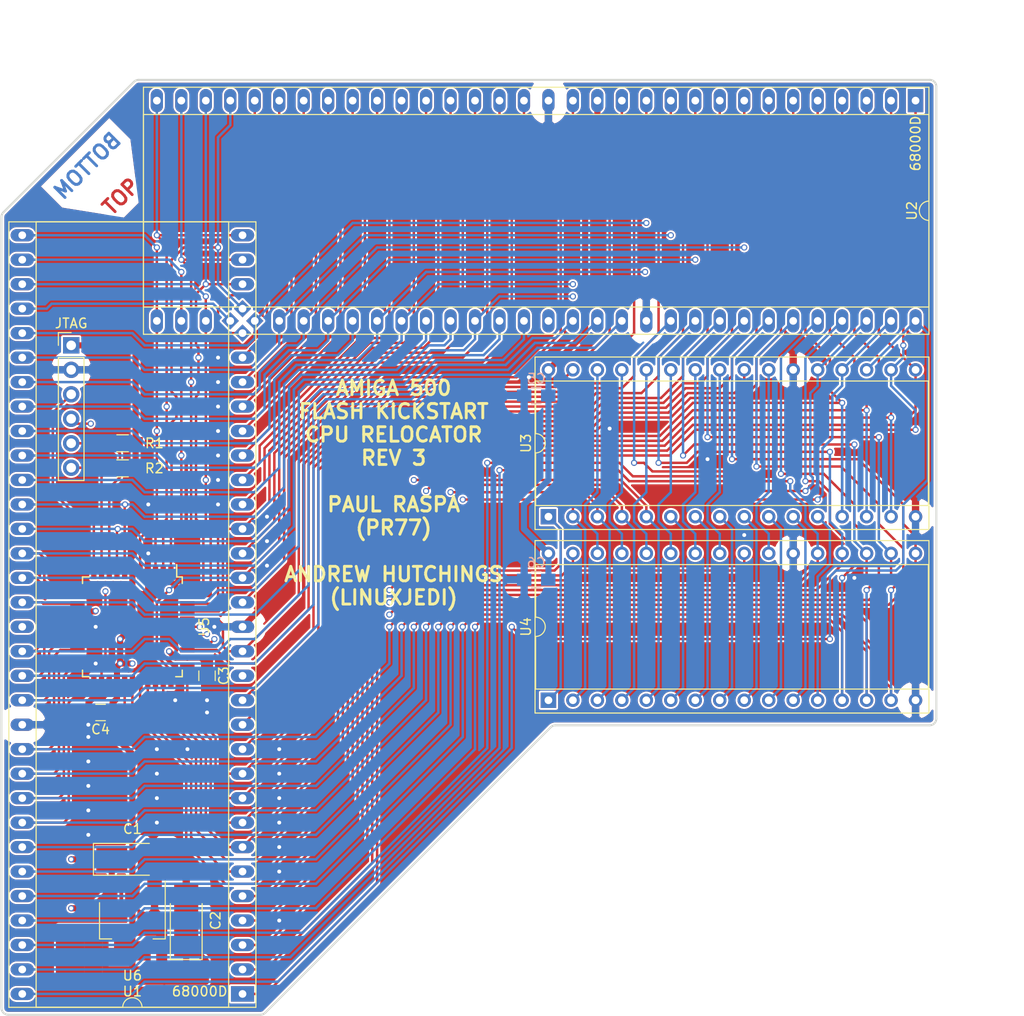
<source format=kicad_pcb>
(kicad_pcb (version 20171130) (host pcbnew 5.1.9-73d0e3b20d~88~ubuntu20.10.1)
  (title_block (title "68000 Relocator") (date 05/07/2017) (rev v1.0) (company AwesomeInferno) (comment 1 http://www.github.com/awesomeinferno) (comment 2 "Shifts a 68000 processor socket up and 90 degrees counter-clockwise"))
  (layers (0 F.Cu signal) (1 In1.Cu signal) (2 In2.Cu signal) (31 B.Cu signal) (35 F.Paste user) (37 F.SilkS user) (38 B.Mask user) (39 F.Mask user) (44 Edge.Cuts user))
  (net 0 "")
  (net 1 /D4)
  (net 2 /A5)
  (net 3 /D3)
  (net 4 /A6)
  (net 5 /D2)
  (net 6 /A7)
  (net 7 /D1)
  (net 8 /A8)
  (net 9 /D0)
  (net 10 /A9)
  (net 11 /A10)
  (net 12 /UDS)
  (net 13 /A11)
  (net 14 /LDS)
  (net 15 /A12)
  (net 16 /R/W)
  (net 17 /A13)
  (net 18 /DTACK)
  (net 19 /A14)
  (net 20 /BG)
  (net 21 /A15)
  (net 22 /BGACK)
  (net 23 /A16)
  (net 24 /BR)
  (net 25 /A17)
  (net 26 VCC)
  (net 27 /A18)
  (net 28 /CLK)
  (net 29 /A19)
  (net 30 GND)
  (net 31 /A20)
  (net 32 /HALT)
  (net 33 /RESET)
  (net 34 /A21)
  (net 35 /VMA)
  (net 36 /A22)
  (net 37 /E)
  (net 38 /A23)
  (net 39 /VPA)
  (net 40 /BERR)
  (net 41 /D15)
  (net 42 /IPL2)
  (net 43 /D14)
  (net 44 /IPL1)
  (net 45 /D13)
  (net 46 /IPL0)
  (net 47 /D12)
  (net 48 /FC2)
  (net 49 /D11)
  (net 50 /FC1)
  (net 51 /D10)
  (net 52 /FC0)
  (net 53 /D9)
  (net 54 /A1)
  (net 55 /D8)
  (net 56 /A2)
  (net 57 /D7)
  (net 58 /A3)
  (net 59 /D6)
  (net 60 /A4)
  (net 61 /D5)
  (net 62 +3V3)
  (net 63 /TCK)
  (net 64 /TDO)
  (net 65 /TDI)
  (net 66 /TMS)
  (net 67 /MB_AS)
  (net 68 /CPU_AS)
  (net 69 /ROM0_WR)
  (net 70 /ROM0_RD)
  (net 71 /ROM1_WR)
  (net 72 /ROM1_RD)
  (net 73 /FLASH_A19)
  (module Housings_DIP:DIP-64_W22.86mm_Socket_LongPads (layer F.Cu) (at 127.762 152.654 180)
    (fp_text reference U1 (at 11.43 0.254 180) (layer F.SilkS))
    (fp_text value 68000D (at 4.445 0.254 180) (layer F.SilkS))
    (pad 1 thru_hole rect (at 0 0 180) (size 2.4 1.6) (drill 0.8) (layers *.Cu *.Mask) (net 1 /D4))
    (pad 33 thru_hole oval (at 22.86 78.74 180) (size 2.413 1.27) (drill 0.8) (layers *.Cu *.Mask) (net 2 /A5))
    (pad 2 thru_hole oval (at 0 2.54 180) (size 2.413 1.27) (drill 0.8) (layers *.Cu *.Mask) (net 3 /D3))
    (pad 34 thru_hole oval (at 22.86 76.2 180) (size 2.413 1.27) (drill 0.8) (layers *.Cu *.Mask) (net 4 /A6))
    (pad 3 thru_hole oval (at 0 5.08 180) (size 2.413 1.27) (drill 0.8) (layers *.Cu *.Mask) (net 5 /D2))
    (pad 35 thru_hole oval (at 22.86 73.66 180) (size 2.413 1.27) (drill 0.8) (layers *.Cu *.Mask) (net 6 /A7))
    (pad 4 thru_hole oval (at 0 7.62 180) (size 2.413 1.27) (drill 0.8) (layers *.Cu *.Mask) (net 7 /D1))
    (pad 36 thru_hole oval (at 22.86 71.12 180) (size 2.413 1.27) (drill 0.8) (layers *.Cu *.Mask) (net 8 /A8))
    (pad 5 thru_hole oval (at 0 10.16 180) (size 2.413 1.27) (drill 0.8) (layers *.Cu *.Mask) (net 9 /D0))
    (pad 37 thru_hole oval (at 22.86 68.58 180) (size 2.413 1.27) (drill 0.8) (layers *.Cu *.Mask) (net 10 /A9))
    (pad 6 thru_hole oval (at 0 12.7 180) (size 2.413 1.27) (drill 0.8) (layers *.Cu *.Mask) (net 67 /MB_AS))
    (pad 38 thru_hole oval (at 22.86 66.04 180) (size 2.413 1.27) (drill 0.8) (layers *.Cu *.Mask) (net 11 /A10))
    (pad 7 thru_hole oval (at 0 15.24 180) (size 2.413 1.27) (drill 0.8) (layers *.Cu *.Mask) (net 12 /UDS))
    (pad 39 thru_hole oval (at 22.86 63.5 180) (size 2.413 1.27) (drill 0.8) (layers *.Cu *.Mask) (net 13 /A11))
    (pad 8 thru_hole oval (at 0 17.78 180) (size 2.413 1.27) (drill 0.8) (layers *.Cu *.Mask) (net 14 /LDS))
    (pad 40 thru_hole oval (at 22.86 60.96 180) (size 2.413 1.27) (drill 0.8) (layers *.Cu *.Mask) (net 15 /A12))
    (pad 9 thru_hole oval (at 0 20.32 180) (size 2.413 1.27) (drill 0.8) (layers *.Cu *.Mask) (net 16 /R/W))
    (pad 41 thru_hole oval (at 22.86 58.42 180) (size 2.413 1.27) (drill 0.8) (layers *.Cu *.Mask) (net 17 /A13))
    (pad 10 thru_hole oval (at 0 22.86 180) (size 2.413 1.27) (drill 0.8) (layers *.Cu *.Mask) (net 18 /DTACK))
    (pad 42 thru_hole oval (at 22.86 55.88 180) (size 2.413 1.27) (drill 0.8) (layers *.Cu *.Mask) (net 19 /A14))
    (pad 11 thru_hole oval (at 0 25.4 180) (size 2.413 1.27) (drill 0.8) (layers *.Cu *.Mask) (net 20 /BG))
    (pad 43 thru_hole oval (at 22.86 53.34 180) (size 2.413 1.27) (drill 0.8) (layers *.Cu *.Mask) (net 21 /A15))
    (pad 12 thru_hole oval (at 0 27.94 180) (size 2.413 1.27) (drill 0.8) (layers *.Cu *.Mask) (net 22 /BGACK))
    (pad 44 thru_hole oval (at 22.86 50.8 180) (size 2.413 1.27) (drill 0.8) (layers *.Cu *.Mask) (net 23 /A16))
    (pad 13 thru_hole oval (at 0 30.48 180) (size 2.413 1.27) (drill 0.8) (layers *.Cu *.Mask) (net 24 /BR))
    (pad 45 thru_hole oval (at 22.86 48.26 180) (size 2.413 1.27) (drill 0.8) (layers *.Cu *.Mask) (net 25 /A17))
    (pad 14 thru_hole oval (at 0 33.02 180) (size 2.413 1.27) (drill 0.8) (layers *.Cu *.Mask) (net 26 VCC))
    (pad 46 thru_hole oval (at 22.86 45.72 180) (size 2.413 1.27) (drill 0.8) (layers *.Cu *.Mask) (net 27 /A18))
    (pad 15 thru_hole oval (at 0 35.56 180) (size 2.413 1.27) (drill 0.8) (layers *.Cu *.Mask) (net 28 /CLK))
    (pad 47 thru_hole oval (at 22.86 43.18 180) (size 2.413 1.27) (drill 0.8) (layers *.Cu *.Mask) (net 29 /A19))
    (pad 16 thru_hole oval (at 0 38.1 180) (size 2.413 1.27) (drill 0.8) (layers *.Cu *.Mask) (net 30 GND))
    (pad 48 thru_hole oval (at 22.86 40.64 180) (size 2.413 1.27) (drill 0.8) (layers *.Cu *.Mask) (net 31 /A20))
    (pad 17 thru_hole oval (at 0 40.64 180) (size 2.413 1.27) (drill 0.8) (layers *.Cu *.Mask) (net 32 /HALT))
    (pad 49 thru_hole oval (at 22.86 38.1 180) (size 2.413 1.27) (drill 0.8) (layers *.Cu *.Mask) (net 26 VCC))
    (pad 18 thru_hole oval (at 0 43.18 180) (size 2.413 1.27) (drill 0.8) (layers *.Cu *.Mask) (net 33 /RESET))
    (pad 50 thru_hole oval (at 22.86 35.56 180) (size 2.413 1.27) (drill 0.8) (layers *.Cu *.Mask) (net 34 /A21))
    (pad 19 thru_hole oval (at 0 45.72 180) (size 2.413 1.27) (drill 0.8) (layers *.Cu *.Mask) (net 35 /VMA))
    (pad 51 thru_hole oval (at 22.86 33.02 180) (size 2.413 1.27) (drill 0.8) (layers *.Cu *.Mask) (net 36 /A22))
    (pad 20 thru_hole oval (at 0 48.26 180) (size 2.413 1.27) (drill 0.8) (layers *.Cu *.Mask) (net 37 /E))
    (pad 52 thru_hole oval (at 22.86 30.48 180) (size 2.413 1.27) (drill 0.8) (layers *.Cu *.Mask) (net 38 /A23))
    (pad 21 thru_hole oval (at 0 50.8 180) (size 2.413 1.27) (drill 0.8) (layers *.Cu *.Mask) (net 39 /VPA))
    (pad 53 thru_hole oval (at 22.86 27.94 180) (size 2.413 1.27) (drill 0.8) (layers *.Cu *.Mask) (net 30 GND))
    (pad 22 thru_hole oval (at 0 53.34 180) (size 2.413 1.27) (drill 0.8) (layers *.Cu *.Mask) (net 40 /BERR))
    (pad 54 thru_hole oval (at 22.86 25.4 180) (size 2.413 1.27) (drill 0.8) (layers *.Cu *.Mask) (net 41 /D15))
    (pad 23 thru_hole oval (at 0 55.88 180) (size 2.413 1.27) (drill 0.8) (layers *.Cu *.Mask) (net 42 /IPL2))
    (pad 55 thru_hole oval (at 22.86 22.86 180) (size 2.413 1.27) (drill 0.8) (layers *.Cu *.Mask) (net 43 /D14))
    (pad 24 thru_hole oval (at 0 58.42 180) (size 2.413 1.27) (drill 0.8) (layers *.Cu *.Mask) (net 44 /IPL1))
    (pad 56 thru_hole oval (at 22.86 20.32 180) (size 2.413 1.27) (drill 0.8) (layers *.Cu *.Mask) (net 45 /D13))
    (pad 25 thru_hole oval (at 0 60.96 180) (size 2.413 1.27) (drill 0.8) (layers *.Cu *.Mask) (net 46 /IPL0))
    (pad 57 thru_hole oval (at 22.86 17.78 180) (size 2.413 1.27) (drill 0.8) (layers *.Cu *.Mask) (net 47 /D12))
    (pad 26 thru_hole oval (at 0 63.5 180) (size 2.413 1.27) (drill 0.8) (layers *.Cu *.Mask) (net 48 /FC2))
    (pad 58 thru_hole oval (at 22.86 15.24 180) (size 2.413 1.27) (drill 0.8) (layers *.Cu *.Mask) (net 49 /D11))
    (pad 27 thru_hole oval (at 0 66.04 180) (size 2.413 1.27) (drill 0.8) (layers *.Cu *.Mask) (net 50 /FC1))
    (pad 59 thru_hole oval (at 22.86 12.7 180) (size 2.413 1.27) (drill 0.8) (layers *.Cu *.Mask) (net 51 /D10))
    (pad 28 thru_hole trapezoid (at 0 68.58 225) (size 1.27 1.27) (drill 0.8) (layers *.Cu *.Mask) (net 52 /FC0))
    (pad 60 thru_hole oval (at 22.86 10.16 180) (size 2.413 1.27) (drill 0.8) (layers *.Cu *.Mask) (net 53 /D9))
    (pad 29 thru_hole trapezoid (at 0 71.12 225) (size 1.27 1.27) (drill 0.8) (layers *.Cu *.Mask) (net 54 /A1))
    (pad 61 thru_hole oval (at 22.86 7.62 180) (size 2.413 1.27) (drill 0.8) (layers *.Cu *.Mask) (net 55 /D8))
    (pad 30 thru_hole oval (at 0 73.66 180) (size 2.413 1.27) (drill 0.8) (layers *.Cu *.Mask) (net 56 /A2))
    (pad 62 thru_hole oval (at 22.86 5.08 180) (size 2.413 1.27) (drill 0.8) (layers *.Cu *.Mask) (net 57 /D7))
    (pad 31 thru_hole oval (at 0 76.2 180) (size 2.413 1.27) (drill 0.8) (layers *.Cu *.Mask) (net 58 /A3))
    (pad 63 thru_hole oval (at 22.86 2.54 180) (size 2.413 1.27) (drill 0.8) (layers *.Cu *.Mask) (net 59 /D6))
    (pad 32 thru_hole oval (at 0 78.74 180) (size 2.413 1.27) (drill 0.8) (layers *.Cu *.Mask) (net 60 /A4))
    (pad 64 thru_hole oval (at 22.86 0 180) (size 2.413 1.27) (drill 0.8) (layers *.Cu *.Mask) (net 61 /D5))
  )
  (module Capacitors_SMD:C_0805_HandSoldering (layer B.Cu) (at 158.242 90.551 180)
    (fp_text reference C5 (at 0 1.75 180) (layer B.SilkS) (effects (justify mirror)))
    (fp_text value 100nF)
    (pad 1 smd rect (at -1.25 0 180) (size 1.5 1.25) (layers B.Cu B.Paste B.Mask) (net 26 VCC))
    (pad 2 smd rect (at 1.25 0 180) (size 1.5 1.25) (layers B.Cu B.Paste B.Mask) (net 30 GND))
  )
  (module Housings_DIP:DIP-32_W15.24mm_Socket (layer F.Cu) (at 159.512 103.124 90)
    (fp_text reference U3 (at 7.62 -2.33 90) (layer F.SilkS))
    (fp_text value SST39SF040)
    (pad 1 thru_hole rect (at 0 0 90) (size 1.6 1.6) (drill 0.8) (layers *.Cu *.Mask) (net 73 /FLASH_A19))
    (pad 17 thru_hole oval (at 15.24 38.1 90) (size 1.397 1.397) (drill 0.8) (layers *.Cu *.Mask) (net 3 /D3))
    (pad 2 thru_hole oval (at 0 2.54 90) (size 1.397 1.397) (drill 0.8) (layers *.Cu *.Mask) (net 25 /A17))
    (pad 18 thru_hole oval (at 15.24 35.56 90) (size 1.397 1.397) (drill 0.8) (layers *.Cu *.Mask) (net 1 /D4))
    (pad 3 thru_hole oval (at 0 5.08 90) (size 1.397 1.397) (drill 0.8) (layers *.Cu *.Mask) (net 23 /A16))
    (pad 19 thru_hole oval (at 15.24 33.02 90) (size 1.397 1.397) (drill 0.8) (layers *.Cu *.Mask) (net 61 /D5))
    (pad 4 thru_hole oval (at 0 7.62 90) (size 1.397 1.397) (drill 0.8) (layers *.Cu *.Mask) (net 17 /A13))
    (pad 20 thru_hole oval (at 15.24 30.48 90) (size 1.397 1.397) (drill 0.8) (layers *.Cu *.Mask) (net 59 /D6))
    (pad 5 thru_hole oval (at 0 10.16 90) (size 1.397 1.397) (drill 0.8) (layers *.Cu *.Mask) (net 8 /A8))
    (pad 21 thru_hole oval (at 15.24 27.94 90) (size 1.397 1.397) (drill 0.8) (layers *.Cu *.Mask) (net 57 /D7))
    (pad 6 thru_hole oval (at 0 12.7 90) (size 1.397 1.397) (drill 0.8) (layers *.Cu *.Mask) (net 6 /A7))
    (pad 22 thru_hole oval (at 15.24 25.4 90) (size 1.397 1.397) (drill 0.8) (layers *.Cu *.Mask) (net 30 GND))
    (pad 7 thru_hole oval (at 0 15.24 90) (size 1.397 1.397) (drill 0.8) (layers *.Cu *.Mask) (net 4 /A6))
    (pad 23 thru_hole oval (at 15.24 22.86 90) (size 1.397 1.397) (drill 0.8) (layers *.Cu *.Mask) (net 13 /A11))
    (pad 8 thru_hole oval (at 0 17.78 90) (size 1.397 1.397) (drill 0.8) (layers *.Cu *.Mask) (net 2 /A5))
    (pad 24 thru_hole oval (at 15.24 20.32 90) (size 1.397 1.397) (drill 0.8) (layers *.Cu *.Mask) (net 70 /ROM0_RD))
    (pad 9 thru_hole oval (at 0 20.32 90) (size 1.397 1.397) (drill 0.8) (layers *.Cu *.Mask) (net 60 /A4))
    (pad 25 thru_hole oval (at 15.24 17.78 90) (size 1.397 1.397) (drill 0.8) (layers *.Cu *.Mask) (net 15 /A12))
    (pad 10 thru_hole oval (at 0 22.86 90) (size 1.397 1.397) (drill 0.8) (layers *.Cu *.Mask) (net 58 /A3))
    (pad 26 thru_hole oval (at 15.24 15.24 90) (size 1.397 1.397) (drill 0.8) (layers *.Cu *.Mask) (net 11 /A10))
    (pad 11 thru_hole oval (at 0 25.4 90) (size 1.397 1.397) (drill 0.8) (layers *.Cu *.Mask) (net 56 /A2))
    (pad 27 thru_hole oval (at 15.24 12.7 90) (size 1.397 1.397) (drill 0.8) (layers *.Cu *.Mask) (net 10 /A9))
    (pad 12 thru_hole oval (at 0 27.94 90) (size 1.397 1.397) (drill 0.8) (layers *.Cu *.Mask) (net 54 /A1))
    (pad 28 thru_hole oval (at 15.24 10.16 90) (size 1.397 1.397) (drill 0.8) (layers *.Cu *.Mask) (net 19 /A14))
    (pad 13 thru_hole oval (at 0 30.48 90) (size 1.397 1.397) (drill 0.8) (layers *.Cu *.Mask) (net 9 /D0))
    (pad 29 thru_hole oval (at 15.24 7.62 90) (size 1.397 1.397) (drill 0.8) (layers *.Cu *.Mask) (net 21 /A15))
    (pad 14 thru_hole oval (at 0 33.02 90) (size 1.397 1.397) (drill 0.8) (layers *.Cu *.Mask) (net 7 /D1))
    (pad 30 thru_hole oval (at 15.24 5.08 90) (size 1.397 1.397) (drill 0.8) (layers *.Cu *.Mask) (net 27 /A18))
    (pad 15 thru_hole oval (at 0 35.56 90) (size 1.397 1.397) (drill 0.8) (layers *.Cu *.Mask) (net 5 /D2))
    (pad 31 thru_hole oval (at 15.24 2.54 90) (size 1.397 1.397) (drill 0.8) (layers *.Cu *.Mask) (net 69 /ROM0_WR))
    (pad 16 thru_hole oval (at 0 38.1 90) (size 1.397 1.397) (drill 0.8) (layers *.Cu *.Mask) (net 30 GND))
    (pad 32 thru_hole oval (at 15.24 0 90) (size 1.397 1.397) (drill 0.8) (layers *.Cu *.Mask) (net 26 VCC))
  )
  (module Housings_DIP:DIP-64_W22.86mm_Socket_LongPads (layer F.Cu) (at 197.612 59.944 270)
    (fp_text reference U2 (at 11.43 0.381 270) (layer F.SilkS))
    (fp_text value 68000D (at 4.445 0 270) (layer F.SilkS))
    (pad 1 thru_hole rect (at 0 0 270) (size 2.4 1.6) (drill 0.8) (layers *.Cu *.Mask) (net 1 /D4))
    (pad 33 thru_hole oval (at 22.86 78.74 270) (size 2.413 1.27) (drill 0.8) (layers *.Cu *.Mask) (net 2 /A5))
    (pad 2 thru_hole oval (at 0 2.54 270) (size 2.413 1.27) (drill 0.8) (layers *.Cu *.Mask) (net 3 /D3))
    (pad 34 thru_hole oval (at 22.86 76.2 270) (size 2.413 1.27) (drill 0.8) (layers *.Cu *.Mask) (net 4 /A6))
    (pad 3 thru_hole oval (at 0 5.08 270) (size 2.413 1.27) (drill 0.8) (layers *.Cu *.Mask) (net 5 /D2))
    (pad 35 thru_hole oval (at 22.86 73.66 270) (size 2.413 1.27) (drill 0.8) (layers *.Cu *.Mask) (net 6 /A7))
    (pad 4 thru_hole oval (at 0 7.62 270) (size 2.413 1.27) (drill 0.8) (layers *.Cu *.Mask) (net 7 /D1))
    (pad 36 thru_hole trapezoid (at 22.86 71.12 315) (size 1.27 1.27) (drill 0.8) (layers *.Cu *.Mask) (net 8 /A8))
    (pad 5 thru_hole oval (at 0 10.16 270) (size 2.413 1.27) (drill 0.8) (layers *.Cu *.Mask) (net 9 /D0))
    (pad 37 thru_hole trapezoid (at 22.86 68.58 315) (size 1.27 1.27) (drill 0.8) (layers *.Cu *.Mask) (net 10 /A9))
    (pad 6 thru_hole oval (at 0 12.7 270) (size 2.413 1.27) (drill 0.8) (layers *.Cu *.Mask) (net 68 /CPU_AS))
    (pad 38 thru_hole oval (at 22.86 66.04 270) (size 2.413 1.27) (drill 0.8) (layers *.Cu *.Mask) (net 11 /A10))
    (pad 7 thru_hole oval (at 0 15.24 270) (size 2.413 1.27) (drill 0.8) (layers *.Cu *.Mask) (net 12 /UDS))
    (pad 39 thru_hole oval (at 22.86 63.5 270) (size 2.413 1.27) (drill 0.8) (layers *.Cu *.Mask) (net 13 /A11))
    (pad 8 thru_hole oval (at 0 17.78 270) (size 2.413 1.27) (drill 0.8) (layers *.Cu *.Mask) (net 14 /LDS))
    (pad 40 thru_hole oval (at 22.86 60.96 270) (size 2.413 1.27) (drill 0.8) (layers *.Cu *.Mask) (net 15 /A12))
    (pad 9 thru_hole oval (at 0 20.32 270) (size 2.413 1.27) (drill 0.8) (layers *.Cu *.Mask) (net 16 /R/W))
    (pad 41 thru_hole oval (at 22.86 58.42 270) (size 2.413 1.27) (drill 0.8) (layers *.Cu *.Mask) (net 17 /A13))
    (pad 10 thru_hole oval (at 0 22.86 270) (size 2.413 1.27) (drill 0.8) (layers *.Cu *.Mask) (net 18 /DTACK))
    (pad 42 thru_hole oval (at 22.86 55.88 270) (size 2.413 1.27) (drill 0.8) (layers *.Cu *.Mask) (net 19 /A14))
    (pad 11 thru_hole oval (at 0 25.4 270) (size 2.413 1.27) (drill 0.8) (layers *.Cu *.Mask) (net 20 /BG))
    (pad 43 thru_hole oval (at 22.86 53.34 270) (size 2.413 1.27) (drill 0.8) (layers *.Cu *.Mask) (net 21 /A15))
    (pad 12 thru_hole oval (at 0 27.94 270) (size 2.413 1.27) (drill 0.8) (layers *.Cu *.Mask) (net 22 /BGACK))
    (pad 44 thru_hole oval (at 22.86 50.8 270) (size 2.413 1.27) (drill 0.8) (layers *.Cu *.Mask) (net 23 /A16))
    (pad 13 thru_hole oval (at 0 30.48 270) (size 2.413 1.27) (drill 0.8) (layers *.Cu *.Mask) (net 24 /BR))
    (pad 45 thru_hole oval (at 22.86 48.26 270) (size 2.413 1.27) (drill 0.8) (layers *.Cu *.Mask) (net 25 /A17))
    (pad 14 thru_hole oval (at 0 33.02 270) (size 2.413 1.27) (drill 0.8) (layers *.Cu *.Mask) (net 26 VCC))
    (pad 46 thru_hole oval (at 22.86 45.72 270) (size 2.413 1.27) (drill 0.8) (layers *.Cu *.Mask) (net 27 /A18))
    (pad 15 thru_hole oval (at 0 35.56 270) (size 2.413 1.27) (drill 0.8) (layers *.Cu *.Mask) (net 28 /CLK))
    (pad 47 thru_hole oval (at 22.86 43.18 270) (size 2.413 1.27) (drill 0.8) (layers *.Cu *.Mask) (net 29 /A19))
    (pad 16 thru_hole oval (at 0 38.1 270) (size 2.413 1.27) (drill 0.8) (layers *.Cu *.Mask) (net 30 GND))
    (pad 48 thru_hole oval (at 22.86 40.64 270) (size 2.413 1.27) (drill 0.8) (layers *.Cu *.Mask) (net 31 /A20))
    (pad 17 thru_hole oval (at 0 40.64 270) (size 2.413 1.27) (drill 0.8) (layers *.Cu *.Mask) (net 32 /HALT))
    (pad 49 thru_hole oval (at 22.86 38.1 270) (size 2.413 1.27) (drill 0.8) (layers *.Cu *.Mask) (net 26 VCC))
    (pad 18 thru_hole oval (at 0 43.18 270) (size 2.413 1.27) (drill 0.8) (layers *.Cu *.Mask) (net 33 /RESET))
    (pad 50 thru_hole oval (at 22.86 35.56 270) (size 2.413 1.27) (drill 0.8) (layers *.Cu *.Mask) (net 34 /A21))
    (pad 19 thru_hole oval (at 0 45.72 270) (size 2.413 1.27) (drill 0.8) (layers *.Cu *.Mask) (net 35 /VMA))
    (pad 51 thru_hole oval (at 22.86 33.02 270) (size 2.413 1.27) (drill 0.8) (layers *.Cu *.Mask) (net 36 /A22))
    (pad 20 thru_hole oval (at 0 48.26 270) (size 2.413 1.27) (drill 0.8) (layers *.Cu *.Mask) (net 37 /E))
    (pad 52 thru_hole oval (at 22.86 30.48 270) (size 2.413 1.27) (drill 0.8) (layers *.Cu *.Mask) (net 38 /A23))
    (pad 21 thru_hole oval (at 0 50.8 270) (size 2.413 1.27) (drill 0.8) (layers *.Cu *.Mask) (net 39 /VPA))
    (pad 53 thru_hole oval (at 22.86 27.94 270) (size 2.413 1.27) (drill 0.8) (layers *.Cu *.Mask) (net 30 GND))
    (pad 22 thru_hole oval (at 0 53.34 270) (size 2.413 1.27) (drill 0.8) (layers *.Cu *.Mask) (net 40 /BERR))
    (pad 54 thru_hole oval (at 22.86 25.4 270) (size 2.413 1.27) (drill 0.8) (layers *.Cu *.Mask) (net 41 /D15))
    (pad 23 thru_hole oval (at 0 55.88 270) (size 2.413 1.27) (drill 0.8) (layers *.Cu *.Mask) (net 42 /IPL2))
    (pad 55 thru_hole oval (at 22.86 22.86 270) (size 2.413 1.27) (drill 0.8) (layers *.Cu *.Mask) (net 43 /D14))
    (pad 24 thru_hole oval (at 0 58.42 270) (size 2.413 1.27) (drill 0.8) (layers *.Cu *.Mask) (net 44 /IPL1))
    (pad 56 thru_hole oval (at 22.86 20.32 270) (size 2.413 1.27) (drill 0.8) (layers *.Cu *.Mask) (net 45 /D13))
    (pad 25 thru_hole oval (at 0 60.96 270) (size 2.413 1.27) (drill 0.8) (layers *.Cu *.Mask) (net 46 /IPL0))
    (pad 57 thru_hole oval (at 22.86 17.78 270) (size 2.413 1.27) (drill 0.8) (layers *.Cu *.Mask) (net 47 /D12))
    (pad 26 thru_hole oval (at 0 63.5 270) (size 2.413 1.27) (drill 0.8) (layers *.Cu *.Mask) (net 48 /FC2))
    (pad 58 thru_hole oval (at 22.86 15.24 270) (size 2.413 1.27) (drill 0.8) (layers *.Cu *.Mask) (net 49 /D11))
    (pad 27 thru_hole oval (at 0 66.04 270) (size 2.413 1.27) (drill 0.8) (layers *.Cu *.Mask) (net 50 /FC1))
    (pad 59 thru_hole oval (at 22.86 12.7 270) (size 2.413 1.27) (drill 0.8) (layers *.Cu *.Mask) (net 51 /D10))
    (pad 28 thru_hole oval (at 0 68.58 270) (size 2.413 1.27) (drill 0.8) (layers *.Cu *.Mask) (net 52 /FC0))
    (pad 60 thru_hole oval (at 22.86 10.16 270) (size 2.413 1.27) (drill 0.8) (layers *.Cu *.Mask) (net 53 /D9))
    (pad 29 thru_hole oval (at 0 71.12 270) (size 2.413 1.27) (drill 0.8) (layers *.Cu *.Mask) (net 54 /A1))
    (pad 61 thru_hole oval (at 22.86 7.62 270) (size 2.413 1.27) (drill 0.8) (layers *.Cu *.Mask) (net 55 /D8))
    (pad 30 thru_hole oval (at 0 73.66 270) (size 2.413 1.27) (drill 0.8) (layers *.Cu *.Mask) (net 56 /A2))
    (pad 62 thru_hole oval (at 22.86 5.08 270) (size 2.413 1.27) (drill 0.8) (layers *.Cu *.Mask) (net 57 /D7))
    (pad 31 thru_hole oval (at 0 76.2 270) (size 2.413 1.27) (drill 0.8) (layers *.Cu *.Mask) (net 58 /A3))
    (pad 63 thru_hole oval (at 22.86 2.54 270) (size 2.413 1.27) (drill 0.8) (layers *.Cu *.Mask) (net 59 /D6))
    (pad 32 thru_hole oval (at 0 78.74 270) (size 2.413 1.27) (drill 0.8) (layers *.Cu *.Mask) (net 60 /A4))
    (pad 64 thru_hole oval (at 22.86 0 270) (size 2.413 1.27) (drill 0.8) (layers *.Cu *.Mask) (net 61 /D5))
  )
  (module Housings_DIP:DIP-32_W15.24mm_Socket (layer F.Cu) (at 159.512 122.174 90)
    (fp_text reference U4 (at 7.62 -2.33 90) (layer F.SilkS))
    (fp_text value SST39SF040)
    (pad 1 thru_hole rect (at 0 0 90) (size 1.6 1.6) (drill 0.8) (layers *.Cu *.Mask) (net 73 /FLASH_A19))
    (pad 17 thru_hole oval (at 15.24 38.1 90) (size 1.397 1.397) (drill 0.8) (layers *.Cu *.Mask) (net 49 /D11))
    (pad 2 thru_hole oval (at 0 2.54 90) (size 1.397 1.397) (drill 0.8) (layers *.Cu *.Mask) (net 25 /A17))
    (pad 18 thru_hole oval (at 15.24 35.56 90) (size 1.397 1.397) (drill 0.8) (layers *.Cu *.Mask) (net 47 /D12))
    (pad 3 thru_hole oval (at 0 5.08 90) (size 1.397 1.397) (drill 0.8) (layers *.Cu *.Mask) (net 23 /A16))
    (pad 19 thru_hole oval (at 15.24 33.02 90) (size 1.397 1.397) (drill 0.8) (layers *.Cu *.Mask) (net 45 /D13))
    (pad 4 thru_hole oval (at 0 7.62 90) (size 1.397 1.397) (drill 0.8) (layers *.Cu *.Mask) (net 17 /A13))
    (pad 20 thru_hole oval (at 15.24 30.48 90) (size 1.397 1.397) (drill 0.8) (layers *.Cu *.Mask) (net 43 /D14))
    (pad 5 thru_hole oval (at 0 10.16 90) (size 1.397 1.397) (drill 0.8) (layers *.Cu *.Mask) (net 8 /A8))
    (pad 21 thru_hole oval (at 15.24 27.94 90) (size 1.397 1.397) (drill 0.8) (layers *.Cu *.Mask) (net 41 /D15))
    (pad 6 thru_hole oval (at 0 12.7 90) (size 1.397 1.397) (drill 0.8) (layers *.Cu *.Mask) (net 6 /A7))
    (pad 22 thru_hole oval (at 15.24 25.4 90) (size 1.397 1.397) (drill 0.8) (layers *.Cu *.Mask) (net 30 GND))
    (pad 7 thru_hole oval (at 0 15.24 90) (size 1.397 1.397) (drill 0.8) (layers *.Cu *.Mask) (net 4 /A6))
    (pad 23 thru_hole oval (at 15.24 22.86 90) (size 1.397 1.397) (drill 0.8) (layers *.Cu *.Mask) (net 13 /A11))
    (pad 8 thru_hole oval (at 0 17.78 90) (size 1.397 1.397) (drill 0.8) (layers *.Cu *.Mask) (net 2 /A5))
    (pad 24 thru_hole oval (at 15.24 20.32 90) (size 1.397 1.397) (drill 0.8) (layers *.Cu *.Mask) (net 72 /ROM1_RD))
    (pad 9 thru_hole oval (at 0 20.32 90) (size 1.397 1.397) (drill 0.8) (layers *.Cu *.Mask) (net 60 /A4))
    (pad 25 thru_hole oval (at 15.24 17.78 90) (size 1.397 1.397) (drill 0.8) (layers *.Cu *.Mask) (net 15 /A12))
    (pad 10 thru_hole oval (at 0 22.86 90) (size 1.397 1.397) (drill 0.8) (layers *.Cu *.Mask) (net 58 /A3))
    (pad 26 thru_hole oval (at 15.24 15.24 90) (size 1.397 1.397) (drill 0.8) (layers *.Cu *.Mask) (net 11 /A10))
    (pad 11 thru_hole oval (at 0 25.4 90) (size 1.397 1.397) (drill 0.8) (layers *.Cu *.Mask) (net 56 /A2))
    (pad 27 thru_hole oval (at 15.24 12.7 90) (size 1.397 1.397) (drill 0.8) (layers *.Cu *.Mask) (net 10 /A9))
    (pad 12 thru_hole oval (at 0 27.94 90) (size 1.397 1.397) (drill 0.8) (layers *.Cu *.Mask) (net 54 /A1))
    (pad 28 thru_hole oval (at 15.24 10.16 90) (size 1.397 1.397) (drill 0.8) (layers *.Cu *.Mask) (net 19 /A14))
    (pad 13 thru_hole oval (at 0 30.48 90) (size 1.397 1.397) (drill 0.8) (layers *.Cu *.Mask) (net 55 /D8))
    (pad 29 thru_hole oval (at 15.24 7.62 90) (size 1.397 1.397) (drill 0.8) (layers *.Cu *.Mask) (net 21 /A15))
    (pad 14 thru_hole oval (at 0 33.02 90) (size 1.397 1.397) (drill 0.8) (layers *.Cu *.Mask) (net 53 /D9))
    (pad 30 thru_hole oval (at 15.24 5.08 90) (size 1.397 1.397) (drill 0.8) (layers *.Cu *.Mask) (net 27 /A18))
    (pad 15 thru_hole oval (at 0 35.56 90) (size 1.397 1.397) (drill 0.8) (layers *.Cu *.Mask) (net 51 /D10))
    (pad 31 thru_hole oval (at 15.24 2.54 90) (size 1.397 1.397) (drill 0.8) (layers *.Cu *.Mask) (net 71 /ROM1_WR))
    (pad 16 thru_hole oval (at 0 38.1 90) (size 1.397 1.397) (drill 0.8) (layers *.Cu *.Mask) (net 30 GND))
    (pad 32 thru_hole oval (at 15.24 0 90) (size 1.397 1.397) (drill 0.8) (layers *.Cu *.Mask) (net 26 VCC))
  )
  (module Pin_Headers:Pin_Header_Straight_1x06_Pitch2.54mm (layer F.Cu) (at 109.982 85.344)
    (fp_text reference J4 hide)
    (fp_text value JTAG (at 0 -2.286) (layer F.SilkS))
    (pad 1 thru_hole rect (at 0 0) (size 1.7 1.7) (drill 1) (layers *.Cu *.Mask) (net 62 +3V3))
    (pad 2 thru_hole oval (at 0 2.54) (size 1.7 1.7) (drill 1) (layers *.Cu *.Mask) (net 30 GND))
    (pad 3 thru_hole oval (at 0 5.08) (size 1.7 1.7) (drill 1) (layers *.Cu *.Mask) (net 63 /TCK))
    (pad 4 thru_hole oval (at 0 7.62) (size 1.7 1.7) (drill 1) (layers *.Cu *.Mask) (net 64 /TDO))
    (pad 5 thru_hole oval (at 0 10.16) (size 1.7 1.7) (drill 1) (layers *.Cu *.Mask) (net 65 /TDI))
    (pad 6 thru_hole oval (at 0 12.7) (size 1.7 1.7) (drill 1) (layers *.Cu *.Mask) (net 66 /TMS))
  )
  (module Capacitors_Tantalum_SMD:CP_Tantalum_Case-B_EIA-3528-21_Hand (layer F.Cu) (at 116.341 138.684)
    (fp_text reference C1 (at 0 -3.15) (layer F.SilkS))
    (fp_text value 10uF)
    (pad 1 smd rect (at -2.15 0) (size 3.2 2.5) (layers F.Cu F.Paste F.Mask) (net 26 VCC))
    (pad 2 smd rect (at 2.15 0) (size 3.2 2.5) (layers F.Cu F.Paste F.Mask) (net 30 GND))
  )
  (module Capacitors_Tantalum_SMD:CP_Tantalum_Case-B_EIA-3528-21_Hand (layer F.Cu) (at 121.92 145.034 90)
    (fp_text reference C2 (at 0 3.048 90) (layer F.SilkS))
    (fp_text value 10uF)
    (pad 1 smd rect (at -2.15 0 90) (size 3.2 2.5) (layers F.Cu F.Paste F.Mask) (net 62 +3V3))
    (pad 2 smd rect (at 2.15 0 90) (size 3.2 2.5) (layers F.Cu F.Paste F.Mask) (net 30 GND))
  )
  (module Capacitors_SMD:C_0805_HandSoldering (layer F.Cu) (at 124.079 119.634 270)
    (fp_text reference C3 (at 0 -1.75 270) (layer F.SilkS))
    (fp_text value 100nF)
    (pad 1 smd rect (at -1.25 0 270) (size 1.5 1.25) (layers F.Cu F.Paste F.Mask) (net 62 +3V3))
    (pad 2 smd rect (at 1.25 0 270) (size 1.5 1.25) (layers F.Cu F.Paste F.Mask) (net 30 GND))
  )
  (module Capacitors_SMD:C_0805_HandSoldering (layer F.Cu) (at 113.03 123.444 180)
    (fp_text reference C4 (at 0 -1.75 180) (layer F.SilkS))
    (fp_text value 100nF)
    (pad 1 smd rect (at -1.25 0 180) (size 1.5 1.25) (layers F.Cu F.Paste F.Mask) (net 62 +3V3))
    (pad 2 smd rect (at 1.25 0 180) (size 1.5 1.25) (layers F.Cu F.Paste F.Mask) (net 30 GND))
  )
  (module Capacitors_SMD:C_0805_HandSoldering (layer B.Cu) (at 158.242 109.6645 180)
    (fp_text reference C6 (at 0 1.75 180) (layer B.SilkS) (effects (justify mirror)))
    (fp_text value 100nF)
    (pad 1 smd rect (at -1.25 0 180) (size 1.5 1.25) (layers B.Cu B.Paste B.Mask) (net 26 VCC))
    (pad 2 smd rect (at 1.25 0 180) (size 1.5 1.25) (layers B.Cu B.Paste B.Mask) (net 30 GND))
  )
  (module Resistors_SMD:R_0805_HandSoldering (layer F.Cu) (at 115.316 95.504 180)
    (fp_text reference R1 (at -3.302 0) (layer F.SilkS))
    (fp_text value 10K hide)
    (pad 1 smd rect (at -1.35 0 180) (size 1.5 1.3) (layers F.Cu F.Paste F.Mask) (net 62 +3V3))
    (pad 2 smd rect (at 1.35 0 180) (size 1.5 1.3) (layers F.Cu F.Paste F.Mask) (net 65 /TDI))
  )
  (module Resistors_SMD:R_0805_HandSoldering (layer F.Cu) (at 115.316 98.1075 180)
    (fp_text reference R2 (at -3.302 0) (layer F.SilkS))
    (fp_text value 10K hide)
    (pad 1 smd rect (at -1.35 0 180) (size 1.5 1.3) (layers F.Cu F.Paste F.Mask) (net 62 +3V3))
    (pad 2 smd rect (at 1.35 0 180) (size 1.5 1.3) (layers F.Cu F.Paste F.Mask) (net 66 /TMS))
  )
  (module Housings_QFP:TQFP-44_10x10mm_Pitch0.8mm (layer F.Cu) (at 116.332 114.554 270)
    (fp_text reference U5 (at 0 -7.45 270) (layer F.SilkS))
    (fp_text value XC9572VQ44)
    (pad 1 smd rect (at -5.7 -4 270) (size 1.5 0.55) (layers F.Cu F.Paste F.Mask) (net 4 /A6))
    (pad 2 smd rect (at -5.7 -3.2 270) (size 1.5 0.55) (layers F.Cu F.Paste F.Mask) (net 54 /A1))
    (pad 3 smd rect (at -5.7 -2.4 270) (size 1.5 0.55) (layers F.Cu F.Paste F.Mask) (net 60 /A4))
    (pad 4 smd rect (at -5.7 -1.6 270) (size 1.5 0.55) (layers F.Cu F.Paste F.Mask) (net 30 GND))
    (pad 5 smd rect (at -5.7 -0.8 270) (size 1.5 0.55) (layers F.Cu F.Paste F.Mask) (net 2 /A5))
    (pad 6 smd rect (at -5.7 0 270) (size 1.5 0.55) (layers F.Cu F.Paste F.Mask) (net 62 +3V3))
    (pad 7 smd rect (at -5.7 0.8 270) (size 1.5 0.55) (layers F.Cu F.Paste F.Mask) (net 23 /A16))
    (pad 8 smd rect (at -5.7 1.6 270) (size 1.5 0.55) (layers F.Cu F.Paste F.Mask) (net 25 /A17))
    (pad 9 smd rect (at -5.7 2.4 270) (size 1.5 0.55) (layers F.Cu F.Paste F.Mask) (net 65 /TDI))
    (pad 10 smd rect (at -5.7 3.2 270) (size 1.5 0.55) (layers F.Cu F.Paste F.Mask) (net 66 /TMS))
    (pad 11 smd rect (at -5.7 4 270) (size 1.5 0.55) (layers F.Cu F.Paste F.Mask) (net 63 /TCK))
    (pad 12 smd rect (at -4 5.7) (size 1.5 0.55) (layers F.Cu F.Paste F.Mask) (net 27 /A18))
    (pad 13 smd rect (at -3.2 5.7) (size 1.5 0.55) (layers F.Cu F.Paste F.Mask) (net 29 /A19))
    (pad 14 smd rect (at -2.4 5.7) (size 1.5 0.55) (layers F.Cu F.Paste F.Mask) (net 31 /A20))
    (pad 15 smd rect (at -1.6 5.7) (size 1.5 0.55) (layers F.Cu F.Paste F.Mask) (net 62 +3V3))
    (pad 16 smd rect (at -0.8 5.7) (size 1.5 0.55) (layers F.Cu F.Paste F.Mask) (net 34 /A21))
    (pad 17 smd rect (at 0 5.7) (size 1.5 0.55) (layers F.Cu F.Paste F.Mask) (net 30 GND))
    (pad 18 smd rect (at 0.8 5.7) (size 1.5 0.55) (layers F.Cu F.Paste F.Mask) (net 36 /A22))
    (pad 19 smd rect (at 1.6 5.7) (size 1.5 0.55) (layers F.Cu F.Paste F.Mask) (net 38 /A23))
    (pad 20 smd rect (at 2.4 5.7) (size 1.5 0.55) (layers F.Cu F.Paste F.Mask) (net 41 /D15))
    (pad 21 smd rect (at 3.2 5.7) (size 1.5 0.55) (layers F.Cu F.Paste F.Mask) (net 43 /D14))
    (pad 22 smd rect (at 4 5.7) (size 1.5 0.55) (layers F.Cu F.Paste F.Mask) (net 45 /D13))
    (pad 23 smd rect (at 5.7 4 270) (size 1.5 0.55) (layers F.Cu F.Paste F.Mask) (net 47 /D12))
    (pad 24 smd rect (at 5.7 3.2 270) (size 1.5 0.55) (layers F.Cu F.Paste F.Mask) (net 64 /TDO))
    (pad 25 smd rect (at 5.7 2.4 270) (size 1.5 0.55) (layers F.Cu F.Paste F.Mask) (net 30 GND))
    (pad 26 smd rect (at 5.7 1.6 270) (size 1.5 0.55) (layers F.Cu F.Paste F.Mask) (net 62 +3V3))
    (pad 27 smd rect (at 5.7 0.8 270) (size 1.5 0.55) (layers F.Cu F.Paste F.Mask) (net 68 /CPU_AS))
    (pad 28 smd rect (at 5.7 0 270) (size 1.5 0.55) (layers F.Cu F.Paste F.Mask) (net 67 /MB_AS))
    (pad 29 smd rect (at 5.7 -0.8 270) (size 1.5 0.55) (layers F.Cu F.Paste F.Mask) (net 70 /ROM0_RD))
    (pad 30 smd rect (at 5.7 -1.6 270) (size 1.5 0.55) (layers F.Cu F.Paste F.Mask) (net 12 /UDS))
    (pad 31 smd rect (at 5.7 -2.4 270) (size 1.5 0.55) (layers F.Cu F.Paste F.Mask) (net 14 /LDS))
    (pad 32 smd rect (at 5.7 -3.2 270) (size 1.5 0.55) (layers F.Cu F.Paste F.Mask) (net 16 /R/W))
    (pad 33 smd rect (at 5.7 -4 270) (size 1.5 0.55) (layers F.Cu F.Paste F.Mask) (net 33 /RESET))
    (pad 34 smd rect (at 4 -5.7) (size 1.5 0.55) (layers F.Cu F.Paste F.Mask) (net 18 /DTACK))
    (pad 35 smd rect (at 3.2 -5.7) (size 1.5 0.55) (layers F.Cu F.Paste F.Mask) (net 62 +3V3))
    (pad 36 smd rect (at 2.4 -5.7) (size 1.5 0.55) (layers F.Cu F.Paste F.Mask) (net 69 /ROM0_WR))
    (pad 37 smd rect (at 1.6 -5.7) (size 1.5 0.55) (layers F.Cu F.Paste F.Mask) (net 72 /ROM1_RD))
    (pad 38 smd rect (at 0.8 -5.7) (size 1.5 0.55) (layers F.Cu F.Paste F.Mask) (net 71 /ROM1_WR))
    (pad 39 smd rect (at 0 -5.7) (size 1.5 0.55) (layers F.Cu F.Paste F.Mask) (net 73 /FLASH_A19))
    (pad 40 smd rect (at -0.8 -5.7) (size 1.5 0.55) (layers F.Cu F.Paste F.Mask) (net 28 /CLK))
    (pad 41 smd rect (at -1.6 -5.7) (size 1.5 0.55) (layers F.Cu F.Paste F.Mask) (net 37 /E))
    (pad 42 smd rect (at -2.4 -5.7) (size 1.5 0.55) (layers F.Cu F.Paste F.Mask) (net 6 /A7))
    (pad 43 smd rect (at -3.2 -5.7) (size 1.5 0.55) (layers F.Cu F.Paste F.Mask) (net 56 /A2))
    (pad 44 smd rect (at -4 -5.7) (size 1.5 0.55) (layers F.Cu F.Paste F.Mask) (net 58 /A3))
  )
  (module TO_SOT_Packages_SMD:SOT-223-3_TabPin2 (layer F.Cu) (at 116.332 145.034 270)
    (fp_text reference U6 (at 5.715 0 180) (layer F.SilkS))
    (fp_text value LM1117-3.3)
    (pad 2 smd rect (at 3.15 0 270) (size 2 3.8) (layers F.Cu F.Paste F.Mask) (net 62 +3V3))
    (pad 2 smd rect (at -3.15 0 270) (size 2 1.5) (layers F.Cu F.Paste F.Mask) (net 62 +3V3))
    (pad 3 smd rect (at -3.15 2.3 270) (size 2 1.5) (layers F.Cu F.Paste F.Mask) (net 26 VCC))
    (pad 1 smd rect (at -3.15 -2.3 270) (size 2 1.5) (layers F.Cu F.Paste F.Mask) (net 30 GND))
  )
  (gr_arc (start 103.4415 154.1145) (end 102.743 154.1145) (angle -90) (layer Edge.Cuts) (width 0.2))
  (gr_arc (start 160.239103 125.476) (end 160.239103 124.7775) (angle -50.19442891) (layer Edge.Cuts) (width 0.2))
  (gr_arc (start 129.629563 154.1145) (end 129.629563 154.813) (angle -47.31404369) (layer Edge.Cuts) (width 0.2))
  (gr_arc (start 103.410404 72.009) (end 102.977548 71.501) (angle -49.56638887) (layer Edge.Cuts) (width 0.2))
  (gr_arc (start 116.984675 58.4835) (end 116.984675 57.785) (angle -48.81407483) (layer Edge.Cuts) (width 0.2))
  (gr_arc (start 199.0725 58.4835) (end 199.771 58.4835) (angle -90) (layer Edge.Cuts) (width 0.2))
  (gr_arc (start 199.0725 124.079) (end 199.0725 124.7775) (angle -90) (layer Edge.Cuts) (width 0.2))
  (gr_text "AMIGA 500\nFLASH KICKSTART\nCPU RELOCATOR\nREV 3\n\nPAUL RASPA\n(PR77)\n\nANDREW HUTCHINGS\n(LINUXJEDI)" (at 143.4465 100.6475) (layer F.SilkS) (effects (font (size 1.5 1.5) (thickness 0.3))))
  (gr_text BOTTOM (at 111.665284 66.712231 45) (layer B.Cu) (effects (font (size 1.5 1.5) (thickness 0.3)) (justify mirror)))
  (gr_text TOP (at 115.146662 69.898352 45) (layer F.Cu) (effects (font (size 1.5 1.5) (thickness 0.3))))
  (gr_line (start 103.4415 154.813) (end 129.629563 154.813) (layer Edge.Cuts) (width 0.2))
  (gr_line (start 102.743 72.009) (end 102.743 154.1145) (layer Edge.Cuts) (width 0.2))
  (gr_line (start 199.0725 57.785) (end 116.984675 57.785) (layer Edge.Cuts) (width 0.2))
  (gr_line (start 199.771 124.079) (end 199.771 58.4835) (layer Edge.Cuts) (width 0.2))
  (gr_line (start 160.239103 124.7775) (end 199.0725 124.7775) (layer Edge.Cuts) (width 0.2))
  (gr_line (start 130.143017 154.588069) (end 159.7025 125.028831) (layer Edge.Cuts) (width 0.2))
  (gr_line (start 102.977548 71.501) (end 116.459 58.023535) (layer Edge.Cuts) (width 0.2))
  (segment (start 197.612 62.484) (end 197.612 59.944) (width 0.254) (layer F.Cu) (net 1))
  (segment (start 196.342 63.754) (end 197.612 62.484) (width 0.254) (layer F.Cu) (net 1))
  (segment (start 196.342 84.074) (end 196.342 63.754) (width 0.254) (layer F.Cu) (net 1))
  (via (at 196.342 85.344) (size 0.635) (drill 0.4064) (layers F.Cu B.Cu) (net 1))
  (segment (start 196.342 84.074) (end 196.342 85.344) (width 0.254) (layer F.Cu) (net 1))
  (segment (start 196.342 86.614) (end 195.072 87.884) (width 0.254) (layer B.Cu) (net 1))
  (segment (start 196.342 85.344) (end 196.342 86.614) (width 0.254) (layer B.Cu) (net 1))
  (segment (start 127.762 152.654) (end 130.175 152.654) (width 0.254) (layer F.Cu) (net 1))
  (segment (start 130.175 152.654) (end 141.732 141.097) (width 0.254) (layer F.Cu) (net 1))
  (segment (start 141.732 141.097) (end 141.732 101.346) (width 0.254) (layer F.Cu) (net 1))
  (segment (start 141.732 101.346) (end 146.304 96.774) (width 0.254) (layer F.Cu) (net 1))
  (segment (start 146.304 96.774) (end 149.86 96.774) (width 0.254) (layer F.Cu) (net 1))
  (segment (start 149.86 96.774) (end 172.085 96.774) (width 0.254) (layer F.Cu) (net 1))
  (segment (start 172.085 96.774) (end 174.752 94.107) (width 0.254) (layer F.Cu) (net 1))
  (segment (start 174.752 94.107) (end 197.612 94.107) (width 0.254) (layer F.Cu) (net 1))
  (via (at 197.612 94.107) (size 0.635) (drill 0.4064) (layers F.Cu B.Cu) (net 1))
  (segment (start 197.612 94.107) (end 197.612 92.075) (width 0.254) (layer B.Cu) (net 1))
  (segment (start 195.072 89.535) (end 195.072 87.884) (width 0.254) (layer B.Cu) (net 1))
  (segment (start 197.612 92.075) (end 195.072 89.535) (width 0.254) (layer B.Cu) (net 1))
  (via (at 118.872 75.184) (size 0.635) (drill 0.4064) (layers F.Cu B.Cu) (net 2))
  (segment (start 104.902 73.914) (end 117.602 73.914) (width 0.254) (layer B.Cu) (net 2))
  (segment (start 117.602 73.914) (end 118.872 75.184) (width 0.254) (layer B.Cu) (net 2))
  (segment (start 118.872 75.184) (end 118.872 82.804) (width 0.254) (layer F.Cu) (net 2))
  (segment (start 118.872 82.804) (end 118.872 103.632) (width 0.254) (layer F.Cu) (net 2))
  (segment (start 117.132 105.372) (end 117.132 108.854) (width 0.254) (layer F.Cu) (net 2))
  (segment (start 118.872 103.632) (end 117.132 105.372) (width 0.254) (layer F.Cu) (net 2))
  (segment (start 177.292 103.124) (end 178.562 104.394) (width 0.254) (layer B.Cu) (net 2))
  (segment (start 178.562 120.904) (end 177.292 122.174) (width 0.254) (layer B.Cu) (net 2))
  (segment (start 178.562 104.394) (end 178.562 120.904) (width 0.254) (layer B.Cu) (net 2))
  (via (at 118.872 94.234) (size 0.635) (drill 0.4064) (layers F.Cu B.Cu) (net 2))
  (segment (start 195.072 62.484) (end 195.072 59.944) (width 0.254) (layer F.Cu) (net 3))
  (segment (start 193.802 84.074) (end 193.802 63.754) (width 0.254) (layer F.Cu) (net 3))
  (segment (start 193.802 63.754) (end 195.072 62.484) (width 0.254) (layer F.Cu) (net 3))
  (segment (start 193.802 84.074) (end 197.612 87.884) (width 0.254) (layer F.Cu) (net 3))
  (segment (start 197.612 92.075) (end 197.612 87.884) (width 0.254) (layer F.Cu) (net 3))
  (segment (start 196.088 93.599) (end 197.612 92.075) (width 0.254) (layer F.Cu) (net 3))
  (segment (start 174.498 93.599) (end 196.088 93.599) (width 0.254) (layer F.Cu) (net 3))
  (segment (start 130.175 150.114) (end 141.224 139.065) (width 0.254) (layer F.Cu) (net 3))
  (segment (start 141.224 101.092) (end 146.05 96.266) (width 0.254) (layer F.Cu) (net 3))
  (segment (start 127.762 150.114) (end 130.175 150.114) (width 0.254) (layer F.Cu) (net 3))
  (segment (start 146.05 96.266) (end 171.831 96.266) (width 0.254) (layer F.Cu) (net 3))
  (segment (start 141.224 139.065) (end 141.224 101.092) (width 0.254) (layer F.Cu) (net 3))
  (segment (start 171.831 96.266) (end 174.498 93.599) (width 0.254) (layer F.Cu) (net 3))
  (via (at 121.412 77.724) (size 0.635) (drill 0.4064) (layers F.Cu B.Cu) (net 4))
  (segment (start 104.902 76.454) (end 120.142 76.454) (width 0.254) (layer B.Cu) (net 4))
  (segment (start 120.142 76.454) (end 121.412 77.724) (width 0.254) (layer B.Cu) (net 4))
  (segment (start 121.412 77.724) (end 121.412 82.804) (width 0.254) (layer F.Cu) (net 4))
  (segment (start 120.332 104.712) (end 120.332 108.854) (width 0.254) (layer F.Cu) (net 4))
  (segment (start 121.412 82.804) (end 121.412 103.632) (width 0.254) (layer F.Cu) (net 4))
  (segment (start 121.412 103.632) (end 120.332 104.712) (width 0.254) (layer F.Cu) (net 4))
  (segment (start 174.752 103.124) (end 176.022 104.394) (width 0.254) (layer B.Cu) (net 4))
  (segment (start 176.022 120.904) (end 174.752 122.174) (width 0.254) (layer B.Cu) (net 4))
  (segment (start 176.022 104.394) (end 176.022 120.904) (width 0.254) (layer B.Cu) (net 4))
  (via (at 121.412 96.774) (size 0.635) (drill 0.4064) (layers F.Cu B.Cu) (net 4))
  (segment (start 192.532 62.484) (end 192.532 59.944) (width 0.254) (layer F.Cu) (net 5))
  (segment (start 191.262 63.754) (end 192.532 62.484) (width 0.254) (layer F.Cu) (net 5))
  (segment (start 191.262 84.074) (end 191.262 63.754) (width 0.254) (layer F.Cu) (net 5))
  (via (at 195.072 92.837) (size 0.635) (drill 0.4064) (layers F.Cu B.Cu) (net 5))
  (segment (start 195.072 103.124) (end 195.072 92.837) (width 0.254) (layer B.Cu) (net 5))
  (segment (start 130.175 147.574) (end 127.762 147.574) (width 0.254) (layer F.Cu) (net 5))
  (segment (start 174.498 92.837) (end 171.577 95.758) (width 0.254) (layer F.Cu) (net 5))
  (segment (start 195.072 92.837) (end 174.498 92.837) (width 0.254) (layer F.Cu) (net 5))
  (segment (start 171.577 95.758) (end 145.796 95.758) (width 0.254) (layer F.Cu) (net 5))
  (segment (start 145.796 95.758) (end 140.716 100.838) (width 0.254) (layer F.Cu) (net 5))
  (segment (start 140.716 100.838) (end 140.716 137.033) (width 0.254) (layer F.Cu) (net 5))
  (segment (start 140.716 137.033) (end 130.175 147.574) (width 0.254) (layer F.Cu) (net 5))
  (segment (start 191.262 84.074) (end 193.802 86.614) (width 0.254) (layer F.Cu) (net 5))
  (segment (start 193.802 86.614) (end 193.802 90.043) (width 0.254) (layer F.Cu) (net 5))
  (segment (start 195.072 91.313) (end 195.072 92.837) (width 0.254) (layer F.Cu) (net 5))
  (segment (start 193.802 90.043) (end 195.072 91.313) (width 0.254) (layer F.Cu) (net 5))
  (via (at 123.952 80.264) (size 0.635) (drill 0.4064) (layers F.Cu B.Cu) (net 6))
  (segment (start 104.902 78.994) (end 122.682 78.994) (width 0.254) (layer B.Cu) (net 6))
  (segment (start 122.682 78.994) (end 123.952 80.264) (width 0.254) (layer B.Cu) (net 6))
  (segment (start 123.952 80.264) (end 123.952 82.804) (width 0.254) (layer F.Cu) (net 6))
  (segment (start 123.952 82.804) (end 123.952 103.632) (width 0.254) (layer F.Cu) (net 6))
  (segment (start 123.952 103.632) (end 125.222 104.902) (width 0.254) (layer F.Cu) (net 6))
  (segment (start 125.222 104.902) (end 125.222 111.76) (width 0.254) (layer F.Cu) (net 6))
  (segment (start 124.828 112.154) (end 122.032 112.154) (width 0.254) (layer F.Cu) (net 6))
  (segment (start 125.222 111.76) (end 124.828 112.154) (width 0.254) (layer F.Cu) (net 6))
  (segment (start 172.212 103.124) (end 173.482 104.394) (width 0.254) (layer B.Cu) (net 6))
  (segment (start 173.482 120.904) (end 172.212 122.174) (width 0.254) (layer B.Cu) (net 6))
  (segment (start 173.482 104.394) (end 173.482 120.904) (width 0.254) (layer B.Cu) (net 6))
  (via (at 123.952 99.314) (size 0.635) (drill 0.4064) (layers F.Cu B.Cu) (net 6))
  (segment (start 189.992 62.484) (end 189.992 59.944) (width 0.254) (layer F.Cu) (net 7))
  (segment (start 188.722 84.074) (end 188.722 63.754) (width 0.254) (layer F.Cu) (net 7))
  (segment (start 188.722 63.754) (end 189.992 62.484) (width 0.254) (layer F.Cu) (net 7))
  (segment (start 188.722 84.074) (end 191.262 86.614) (width 0.254) (layer F.Cu) (net 7))
  (segment (start 191.262 86.614) (end 191.262 90.043) (width 0.254) (layer F.Cu) (net 7))
  (segment (start 191.262 90.043) (end 192.532 91.313) (width 0.254) (layer F.Cu) (net 7))
  (via (at 192.532 92.075) (size 0.635) (drill 0.4064) (layers F.Cu B.Cu) (net 7))
  (segment (start 192.532 91.313) (end 192.532 92.075) (width 0.254) (layer F.Cu) (net 7))
  (segment (start 192.532 92.075) (end 192.532 103.124) (width 0.254) (layer B.Cu) (net 7))
  (segment (start 130.175 145.034) (end 127.762 145.034) (width 0.254) (layer F.Cu) (net 7))
  (segment (start 174.498 92.075) (end 171.323 95.25) (width 0.254) (layer F.Cu) (net 7))
  (segment (start 171.323 95.25) (end 145.542 95.25) (width 0.254) (layer F.Cu) (net 7))
  (segment (start 192.532 92.075) (end 174.498 92.075) (width 0.254) (layer F.Cu) (net 7))
  (segment (start 140.208 100.584) (end 140.208 135.001) (width 0.254) (layer F.Cu) (net 7))
  (segment (start 145.542 95.25) (end 140.208 100.584) (width 0.254) (layer F.Cu) (net 7))
  (segment (start 140.208 135.001) (end 130.175 145.034) (width 0.254) (layer F.Cu) (net 7))
  (segment (start 124.714 81.026) (end 126.492 82.804) (width 0.254) (layer B.Cu) (net 8))
  (segment (start 124.714 81.026) (end 107.95 81.026) (width 0.254) (layer B.Cu) (net 8))
  (segment (start 107.442 81.534) (end 104.902 81.534) (width 0.254) (layer B.Cu) (net 8))
  (segment (start 107.95 81.026) (end 107.442 81.534) (width 0.254) (layer B.Cu) (net 8))
  (segment (start 169.672 103.124) (end 170.942 104.394) (width 0.254) (layer B.Cu) (net 8))
  (segment (start 170.942 120.904) (end 169.672 122.174) (width 0.254) (layer B.Cu) (net 8))
  (segment (start 170.942 104.394) (end 170.942 120.904) (width 0.254) (layer B.Cu) (net 8))
  (segment (start 169.672 103.124) (end 169.672 101.981) (width 0.254) (layer F.Cu) (net 8))
  (segment (start 169.672 101.981) (end 167.259 99.568) (width 0.254) (layer F.Cu) (net 8))
  (via (at 145.542 99.314) (size 0.635) (drill 0.4064) (layers F.Cu B.Cu) (net 8))
  (segment (start 167.259 99.568) (end 167.005 99.314) (width 0.254) (layer F.Cu) (net 8))
  (segment (start 167.005 99.314) (end 145.542 99.314) (width 0.254) (layer F.Cu) (net 8))
  (segment (start 187.452 59.944) (end 187.452 62.484) (width 0.254) (layer F.Cu) (net 9))
  (segment (start 187.452 62.484) (end 186.182 63.754) (width 0.254) (layer F.Cu) (net 9))
  (segment (start 189.992 103.124) (end 189.992 93.726) (width 0.254) (layer B.Cu) (net 9))
  (segment (start 127.762 142.494) (end 130.175 142.494) (width 0.254) (layer F.Cu) (net 9))
  (segment (start 130.175 142.494) (end 139.7 132.969) (width 0.254) (layer F.Cu) (net 9))
  (segment (start 139.7 132.969) (end 139.7 100.33) (width 0.254) (layer F.Cu) (net 9))
  (segment (start 139.7 100.33) (end 145.288 94.742) (width 0.254) (layer F.Cu) (net 9))
  (segment (start 145.288 94.742) (end 149.86 94.742) (width 0.254) (layer F.Cu) (net 9))
  (segment (start 149.86 94.742) (end 171.069 94.742) (width 0.254) (layer F.Cu) (net 9))
  (segment (start 171.069 94.742) (end 174.498 91.313) (width 0.254) (layer F.Cu) (net 9))
  (via (at 189.992 91.313) (size 0.635) (drill 0.4064) (layers F.Cu B.Cu) (net 9))
  (segment (start 174.498 91.313) (end 189.992 91.313) (width 0.254) (layer F.Cu) (net 9))
  (segment (start 189.992 91.313) (end 189.992 103.124) (width 0.254) (layer B.Cu) (net 9))
  (segment (start 189.992 91.313) (end 188.722 90.043) (width 0.254) (layer F.Cu) (net 9))
  (segment (start 188.722 90.043) (end 188.722 86.614) (width 0.254) (layer F.Cu) (net 9))
  (segment (start 188.722 86.614) (end 186.182 84.074) (width 0.254) (layer F.Cu) (net 9))
  (segment (start 186.182 84.074) (end 186.182 63.754) (width 0.254) (layer F.Cu) (net 9))
  (segment (start 129.032 84.582) (end 129.032 82.804) (width 0.254) (layer B.Cu) (net 10))
  (segment (start 128.27 85.344) (end 129.032 84.582) (width 0.254) (layer B.Cu) (net 10))
  (segment (start 104.902 84.074) (end 116.332 84.074) (width 0.254) (layer B.Cu) (net 10))
  (segment (start 117.602 85.344) (end 128.27 85.344) (width 0.254) (layer B.Cu) (net 10))
  (segment (start 116.332 84.074) (end 117.602 85.344) (width 0.254) (layer B.Cu) (net 10))
  (segment (start 172.212 87.884) (end 172.212 100.584) (width 0.254) (layer B.Cu) (net 10))
  (segment (start 172.212 100.584) (end 170.942 101.854) (width 0.254) (layer B.Cu) (net 10))
  (segment (start 170.942 101.854) (end 170.942 103.632) (width 0.254) (layer B.Cu) (net 10))
  (segment (start 172.212 104.902) (end 172.212 106.934) (width 0.254) (layer B.Cu) (net 10))
  (segment (start 170.942 103.632) (end 172.212 104.902) (width 0.254) (layer B.Cu) (net 10))
  (segment (start 137.922 73.914) (end 129.032 82.804) (width 0.254) (layer B.Cu) (net 10))
  (via (at 169.672 72.644) (size 0.635) (drill 0.4064) (layers F.Cu B.Cu) (net 10))
  (segment (start 139.192 72.644) (end 137.922 73.914) (width 0.254) (layer B.Cu) (net 10))
  (segment (start 169.672 72.644) (end 139.192 72.644) (width 0.254) (layer B.Cu) (net 10))
  (segment (start 131.572 85.344) (end 131.572 82.804) (width 0.254) (layer B.Cu) (net 11))
  (segment (start 129.032 87.884) (end 131.572 85.344) (width 0.254) (layer B.Cu) (net 11))
  (segment (start 117.602 87.884) (end 129.032 87.884) (width 0.254) (layer B.Cu) (net 11))
  (segment (start 104.902 86.614) (end 116.332 86.614) (width 0.254) (layer B.Cu) (net 11))
  (segment (start 116.332 86.614) (end 117.602 87.884) (width 0.254) (layer B.Cu) (net 11))
  (segment (start 174.752 87.884) (end 174.752 100.584) (width 0.254) (layer B.Cu) (net 11))
  (segment (start 174.752 100.584) (end 173.482 101.854) (width 0.254) (layer B.Cu) (net 11))
  (segment (start 173.482 101.854) (end 173.482 103.632) (width 0.254) (layer B.Cu) (net 11))
  (segment (start 174.752 104.902) (end 174.752 106.934) (width 0.254) (layer B.Cu) (net 11))
  (segment (start 173.482 103.632) (end 174.752 104.902) (width 0.254) (layer B.Cu) (net 11))
  (via (at 172.212 73.914) (size 0.635) (drill 0.4064) (layers F.Cu B.Cu) (net 11))
  (segment (start 140.462 73.914) (end 131.572 82.804) (width 0.254) (layer B.Cu) (net 11))
  (segment (start 172.212 73.914) (end 140.462 73.914) (width 0.254) (layer B.Cu) (net 11))
  (segment (start 182.372 62.484) (end 182.372 59.944) (width 0.254) (layer F.Cu) (net 12))
  (segment (start 181.102 84.074) (end 181.102 63.754) (width 0.254) (layer F.Cu) (net 12))
  (segment (start 178.562 86.614) (end 181.102 84.074) (width 0.254) (layer F.Cu) (net 12))
  (segment (start 178.562 88.519) (end 178.562 86.614) (width 0.254) (layer F.Cu) (net 12))
  (segment (start 177.292 89.789) (end 178.562 88.519) (width 0.254) (layer F.Cu) (net 12))
  (segment (start 173.736 89.789) (end 177.292 89.789) (width 0.254) (layer F.Cu) (net 12))
  (segment (start 127.762 137.414) (end 138.176 127) (width 0.254) (layer F.Cu) (net 12))
  (segment (start 138.176 99.568) (end 144.526 93.218) (width 0.254) (layer F.Cu) (net 12))
  (segment (start 144.526 93.218) (end 163.957 93.218) (width 0.254) (layer F.Cu) (net 12))
  (segment (start 181.102 63.754) (end 182.372 62.484) (width 0.254) (layer F.Cu) (net 12))
  (segment (start 171.704 91.821) (end 173.736 89.789) (width 0.254) (layer F.Cu) (net 12))
  (segment (start 163.957 93.218) (end 165.354 91.821) (width 0.254) (layer F.Cu) (net 12))
  (segment (start 138.176 127) (end 138.176 99.568) (width 0.254) (layer F.Cu) (net 12))
  (segment (start 165.354 91.821) (end 171.704 91.821) (width 0.254) (layer F.Cu) (net 12))
  (segment (start 117.932 122.758) (end 117.932 120.254) (width 0.254) (layer F.Cu) (net 12))
  (segment (start 123.444 126.746) (end 120.777 124.079) (width 0.254) (layer F.Cu) (net 12))
  (segment (start 120.777 124.079) (end 119.253 124.079) (width 0.254) (layer F.Cu) (net 12))
  (segment (start 119.253 124.079) (end 117.932 122.758) (width 0.254) (layer F.Cu) (net 12))
  (segment (start 123.444 126.746) (end 123.444 134.874) (width 0.254) (layer F.Cu) (net 12))
  (segment (start 125.984 137.414) (end 127.762 137.414) (width 0.254) (layer F.Cu) (net 12))
  (segment (start 123.444 134.874) (end 125.984 137.414) (width 0.254) (layer F.Cu) (net 12))
  (segment (start 116.332 89.154) (end 104.902 89.154) (width 0.254) (layer B.Cu) (net 13))
  (segment (start 117.602 90.424) (end 116.332 89.154) (width 0.254) (layer B.Cu) (net 13))
  (segment (start 134.112 84.709) (end 133.477 85.344) (width 0.254) (layer B.Cu) (net 13))
  (segment (start 134.112 82.804) (end 134.112 84.709) (width 0.254) (layer B.Cu) (net 13))
  (segment (start 128.905 90.424) (end 117.602 90.424) (width 0.254) (layer B.Cu) (net 13))
  (segment (start 133.477 85.344) (end 132.334 85.344) (width 0.254) (layer B.Cu) (net 13))
  (segment (start 132.334 85.344) (end 129.54 88.138) (width 0.254) (layer B.Cu) (net 13))
  (segment (start 129.54 88.138) (end 129.54 89.789) (width 0.254) (layer B.Cu) (net 13))
  (segment (start 129.54 89.789) (end 128.905 90.424) (width 0.254) (layer B.Cu) (net 13))
  (segment (start 182.372 104.902) (end 182.372 106.934) (width 0.254) (layer B.Cu) (net 13))
  (segment (start 181.102 103.632) (end 182.372 104.902) (width 0.254) (layer B.Cu) (net 13))
  (segment (start 181.102 101.854) (end 181.102 103.632) (width 0.254) (layer B.Cu) (net 13))
  (segment (start 182.372 87.884) (end 182.372 100.584) (width 0.254) (layer B.Cu) (net 13))
  (segment (start 182.372 100.584) (end 181.102 101.854) (width 0.254) (layer B.Cu) (net 13))
  (via (at 179.832 75.184) (size 0.635) (drill 0.4064) (layers F.Cu B.Cu) (net 13))
  (segment (start 141.732 75.184) (end 134.112 82.804) (width 0.254) (layer B.Cu) (net 13))
  (segment (start 179.832 75.184) (end 141.732 75.184) (width 0.254) (layer B.Cu) (net 13))
  (segment (start 179.832 62.484) (end 179.832 59.944) (width 0.254) (layer F.Cu) (net 14))
  (segment (start 178.562 63.754) (end 179.832 62.484) (width 0.254) (layer F.Cu) (net 14))
  (segment (start 137.668 124.968) (end 137.668 99.314) (width 0.254) (layer F.Cu) (net 14))
  (segment (start 127.762 134.874) (end 137.668 124.968) (width 0.254) (layer F.Cu) (net 14))
  (segment (start 137.668 99.314) (end 144.272 92.71) (width 0.254) (layer F.Cu) (net 14))
  (segment (start 144.272 92.71) (end 163.703 92.71) (width 0.254) (layer F.Cu) (net 14))
  (segment (start 163.703 92.71) (end 165.1 91.313) (width 0.254) (layer F.Cu) (net 14))
  (segment (start 165.1 91.313) (end 171.45 91.313) (width 0.254) (layer F.Cu) (net 14))
  (segment (start 171.45 91.313) (end 173.482 89.281) (width 0.254) (layer F.Cu) (net 14))
  (segment (start 173.482 89.281) (end 175.26 89.281) (width 0.254) (layer F.Cu) (net 14))
  (segment (start 175.26 89.281) (end 176.022 88.519) (width 0.254) (layer F.Cu) (net 14))
  (segment (start 176.022 88.519) (end 176.022 86.614) (width 0.254) (layer F.Cu) (net 14))
  (segment (start 176.022 86.614) (end 178.562 84.074) (width 0.254) (layer F.Cu) (net 14))
  (segment (start 178.562 84.074) (end 178.562 63.754) (width 0.254) (layer F.Cu) (net 14))
  (segment (start 118.732 122.796) (end 118.732 120.254) (width 0.254) (layer F.Cu) (net 14))
  (segment (start 124.46 134.874) (end 123.952 134.366) (width 0.254) (layer F.Cu) (net 14))
  (segment (start 127.762 134.874) (end 124.46 134.874) (width 0.254) (layer F.Cu) (net 14))
  (segment (start 123.952 134.366) (end 123.952 126.492) (width 0.254) (layer F.Cu) (net 14))
  (segment (start 123.952 126.492) (end 121.031 123.571) (width 0.254) (layer F.Cu) (net 14))
  (segment (start 121.031 123.571) (end 119.507 123.571) (width 0.254) (layer F.Cu) (net 14))
  (segment (start 119.507 123.571) (end 118.732 122.796) (width 0.254) (layer F.Cu) (net 14))
  (segment (start 136.652 84.836) (end 136.652 82.804) (width 0.254) (layer B.Cu) (net 15))
  (segment (start 135.636 85.852) (end 136.652 84.836) (width 0.254) (layer B.Cu) (net 15))
  (segment (start 132.588 85.852) (end 135.636 85.852) (width 0.254) (layer B.Cu) (net 15))
  (segment (start 104.902 91.694) (end 116.332 91.694) (width 0.254) (layer B.Cu) (net 15))
  (segment (start 116.332 91.694) (end 117.602 92.964) (width 0.254) (layer B.Cu) (net 15))
  (segment (start 130.048 88.392) (end 132.588 85.852) (width 0.254) (layer B.Cu) (net 15))
  (segment (start 130.048 88.392) (end 130.048 91.948) (width 0.254) (layer B.Cu) (net 15))
  (segment (start 130.048 91.948) (end 129.032 92.964) (width 0.254) (layer B.Cu) (net 15))
  (segment (start 129.032 92.964) (end 117.602 92.964) (width 0.254) (layer B.Cu) (net 15))
  (segment (start 177.292 87.884) (end 177.292 100.584) (width 0.254) (layer B.Cu) (net 15))
  (segment (start 177.292 100.584) (end 176.022 101.854) (width 0.254) (layer B.Cu) (net 15))
  (segment (start 176.022 101.854) (end 176.022 103.632) (width 0.254) (layer B.Cu) (net 15))
  (segment (start 177.292 104.902) (end 177.292 106.934) (width 0.254) (layer B.Cu) (net 15))
  (segment (start 176.022 103.632) (end 177.292 104.902) (width 0.254) (layer B.Cu) (net 15))
  (via (at 174.752 76.454) (size 0.635) (drill 0.4064) (layers F.Cu B.Cu) (net 15))
  (segment (start 143.002 76.454) (end 136.652 82.804) (width 0.254) (layer B.Cu) (net 15))
  (segment (start 174.752 76.454) (end 143.002 76.454) (width 0.254) (layer B.Cu) (net 15))
  (segment (start 177.292 62.484) (end 177.292 59.944) (width 0.254) (layer F.Cu) (net 16))
  (segment (start 176.022 63.754) (end 177.292 62.484) (width 0.254) (layer F.Cu) (net 16))
  (segment (start 176.022 84.074) (end 176.022 63.754) (width 0.254) (layer F.Cu) (net 16))
  (segment (start 173.482 86.614) (end 176.022 84.074) (width 0.254) (layer F.Cu) (net 16))
  (segment (start 173.482 88.519) (end 173.482 86.614) (width 0.254) (layer F.Cu) (net 16))
  (segment (start 171.196 90.805) (end 173.482 88.519) (width 0.254) (layer F.Cu) (net 16))
  (segment (start 137.16 122.936) (end 137.16 99.06) (width 0.254) (layer F.Cu) (net 16))
  (segment (start 127.762 132.334) (end 137.16 122.936) (width 0.254) (layer F.Cu) (net 16))
  (segment (start 137.16 99.06) (end 144.018 92.202) (width 0.254) (layer F.Cu) (net 16))
  (segment (start 144.018 92.202) (end 163.449 92.202) (width 0.254) (layer F.Cu) (net 16))
  (segment (start 163.449 92.202) (end 164.846 90.805) (width 0.254) (layer F.Cu) (net 16))
  (segment (start 164.846 90.805) (end 171.196 90.805) (width 0.254) (layer F.Cu) (net 16))
  (segment (start 119.532 122.707) (end 119.532 120.254) (width 0.254) (layer F.Cu) (net 16))
  (segment (start 124.968 132.334) (end 124.46 131.826) (width 0.254) (layer F.Cu) (net 16))
  (segment (start 127.762 132.334) (end 124.968 132.334) (width 0.254) (layer F.Cu) (net 16))
  (segment (start 124.46 131.826) (end 124.46 126.238) (width 0.254) (layer F.Cu) (net 16))
  (segment (start 124.46 126.238) (end 121.285 123.063) (width 0.254) (layer F.Cu) (net 16))
  (segment (start 121.285 123.063) (end 119.888 123.063) (width 0.254) (layer F.Cu) (net 16))
  (segment (start 119.888 123.063) (end 119.532 122.707) (width 0.254) (layer F.Cu) (net 16))
  (segment (start 139.192 84.836) (end 139.192 82.804) (width 0.254) (layer B.Cu) (net 17))
  (segment (start 137.668 86.36) (end 139.192 84.836) (width 0.254) (layer B.Cu) (net 17))
  (segment (start 132.842 86.36) (end 137.668 86.36) (width 0.254) (layer B.Cu) (net 17))
  (segment (start 116.332 94.234) (end 117.602 95.504) (width 0.254) (layer B.Cu) (net 17))
  (segment (start 104.902 94.234) (end 116.332 94.234) (width 0.254) (layer B.Cu) (net 17))
  (segment (start 130.556 88.646) (end 132.842 86.36) (width 0.254) (layer B.Cu) (net 17))
  (segment (start 130.556 88.646) (end 130.556 93.98) (width 0.254) (layer B.Cu) (net 17))
  (segment (start 129.032 95.504) (end 117.602 95.504) (width 0.254) (layer B.Cu) (net 17))
  (segment (start 130.556 93.98) (end 129.032 95.504) (width 0.254) (layer B.Cu) (net 17))
  (segment (start 167.132 103.124) (end 168.402 104.394) (width 0.254) (layer B.Cu) (net 17))
  (segment (start 168.402 120.904) (end 167.132 122.174) (width 0.254) (layer B.Cu) (net 17))
  (segment (start 168.402 104.394) (end 168.402 120.904) (width 0.254) (layer B.Cu) (net 17))
  (segment (start 167.132 103.124) (end 167.132 101.981) (width 0.254) (layer F.Cu) (net 17))
  (segment (start 167.132 101.981) (end 165.227 100.076) (width 0.254) (layer F.Cu) (net 17))
  (segment (start 165.227 100.076) (end 164.973 99.822) (width 0.254) (layer F.Cu) (net 17))
  (via (at 146.812 100.457) (size 0.635) (drill 0.4064) (layers F.Cu B.Cu) (net 17))
  (segment (start 164.973 99.822) (end 147.447 99.822) (width 0.254) (layer F.Cu) (net 17))
  (segment (start 147.447 99.822) (end 146.812 100.457) (width 0.254) (layer F.Cu) (net 17))
  (segment (start 173.482 63.754) (end 174.752 62.484) (width 0.254) (layer F.Cu) (net 18))
  (segment (start 136.652 120.904) (end 136.652 98.806) (width 0.254) (layer F.Cu) (net 18))
  (segment (start 127.762 129.794) (end 136.652 120.904) (width 0.254) (layer F.Cu) (net 18))
  (segment (start 174.752 62.484) (end 174.752 59.944) (width 0.254) (layer F.Cu) (net 18))
  (segment (start 136.652 98.806) (end 143.764 91.694) (width 0.254) (layer F.Cu) (net 18))
  (segment (start 143.764 91.694) (end 163.068 91.694) (width 0.254) (layer F.Cu) (net 18))
  (segment (start 163.068 91.694) (end 164.465 90.297) (width 0.254) (layer F.Cu) (net 18))
  (segment (start 164.465 90.297) (end 169.164 90.297) (width 0.254) (layer F.Cu) (net 18))
  (segment (start 169.164 90.297) (end 170.942 88.519) (width 0.254) (layer F.Cu) (net 18))
  (segment (start 170.942 88.519) (end 170.942 86.614) (width 0.254) (layer F.Cu) (net 18))
  (segment (start 170.942 86.614) (end 173.482 84.074) (width 0.254) (layer F.Cu) (net 18))
  (segment (start 173.482 84.074) (end 173.482 63.754) (width 0.254) (layer F.Cu) (net 18))
  (segment (start 122.032 123.048) (end 122.032 118.554) (width 0.254) (layer F.Cu) (net 18))
  (segment (start 124.968 125.984) (end 122.032 123.048) (width 0.254) (layer F.Cu) (net 18))
  (segment (start 124.968 129.286) (end 124.968 125.984) (width 0.254) (layer F.Cu) (net 18))
  (segment (start 127.762 129.794) (end 125.476 129.794) (width 0.254) (layer F.Cu) (net 18))
  (segment (start 125.476 129.794) (end 124.968 129.286) (width 0.254) (layer F.Cu) (net 18))
  (segment (start 141.732 82.804) (end 141.732 84.836) (width 0.254) (layer B.Cu) (net 19))
  (segment (start 141.732 84.836) (end 139.7 86.868) (width 0.254) (layer B.Cu) (net 19))
  (segment (start 139.7 86.868) (end 133.096 86.868) (width 0.254) (layer B.Cu) (net 19))
  (segment (start 104.902 96.774) (end 118.872 96.774) (width 0.254) (layer B.Cu) (net 19))
  (segment (start 118.872 96.774) (end 120.142 98.044) (width 0.254) (layer B.Cu) (net 19))
  (segment (start 131.064 88.9) (end 133.096 86.868) (width 0.254) (layer B.Cu) (net 19))
  (segment (start 131.064 88.9) (end 131.064 96.012) (width 0.254) (layer B.Cu) (net 19))
  (segment (start 129.032 98.044) (end 120.142 98.044) (width 0.254) (layer B.Cu) (net 19))
  (segment (start 131.064 96.012) (end 129.032 98.044) (width 0.254) (layer B.Cu) (net 19))
  (segment (start 169.672 87.884) (end 169.672 100.584) (width 0.254) (layer B.Cu) (net 19))
  (segment (start 169.672 100.584) (end 168.402 101.854) (width 0.254) (layer B.Cu) (net 19))
  (segment (start 168.402 101.854) (end 168.402 103.632) (width 0.254) (layer B.Cu) (net 19))
  (segment (start 169.672 104.902) (end 169.672 106.934) (width 0.254) (layer B.Cu) (net 19))
  (segment (start 168.402 103.632) (end 169.672 104.902) (width 0.254) (layer B.Cu) (net 19))
  (via (at 169.545 77.724) (size 0.635) (drill 0.4064) (layers F.Cu B.Cu) (net 19))
  (segment (start 146.812 77.724) (end 141.732 82.804) (width 0.254) (layer B.Cu) (net 19))
  (segment (start 169.545 77.724) (end 146.812 77.724) (width 0.254) (layer B.Cu) (net 19))
  (segment (start 170.942 63.754) (end 172.212 62.484) (width 0.254) (layer F.Cu) (net 20))
  (segment (start 136.144 118.872) (end 136.144 98.552) (width 0.254) (layer F.Cu) (net 20))
  (segment (start 127.762 127.254) (end 136.144 118.872) (width 0.254) (layer F.Cu) (net 20))
  (segment (start 136.144 98.552) (end 143.51 91.186) (width 0.254) (layer F.Cu) (net 20))
  (segment (start 172.212 62.484) (end 172.212 59.944) (width 0.254) (layer F.Cu) (net 20))
  (segment (start 143.51 91.186) (end 162.814 91.186) (width 0.254) (layer F.Cu) (net 20))
  (segment (start 162.814 91.186) (end 164.211 89.789) (width 0.254) (layer F.Cu) (net 20))
  (segment (start 164.211 89.789) (end 167.132 89.789) (width 0.254) (layer F.Cu) (net 20))
  (segment (start 167.132 89.789) (end 168.402 88.519) (width 0.254) (layer F.Cu) (net 20))
  (segment (start 168.402 88.519) (end 168.402 86.614) (width 0.254) (layer F.Cu) (net 20))
  (segment (start 170.942 84.074) (end 170.942 63.754) (width 0.254) (layer F.Cu) (net 20))
  (segment (start 168.402 86.614) (end 170.942 84.074) (width 0.254) (layer F.Cu) (net 20))
  (segment (start 116.332 99.314) (end 104.902 99.314) (width 0.254) (layer B.Cu) (net 21))
  (segment (start 144.272 84.836) (end 141.732 87.376) (width 0.254) (layer B.Cu) (net 21))
  (segment (start 144.272 82.804) (end 144.272 84.836) (width 0.254) (layer B.Cu) (net 21))
  (segment (start 141.732 87.376) (end 133.35 87.376) (width 0.254) (layer B.Cu) (net 21))
  (segment (start 133.35 87.376) (end 131.572 89.154) (width 0.254) (layer B.Cu) (net 21))
  (segment (start 117.602 100.584) (end 116.332 99.314) (width 0.254) (layer B.Cu) (net 21))
  (segment (start 131.572 89.154) (end 131.572 98.044) (width 0.254) (layer B.Cu) (net 21))
  (segment (start 129.032 100.584) (end 117.602 100.584) (width 0.254) (layer B.Cu) (net 21))
  (segment (start 131.572 98.044) (end 129.032 100.584) (width 0.254) (layer B.Cu) (net 21))
  (segment (start 167.132 87.884) (end 167.132 100.584) (width 0.254) (layer B.Cu) (net 21))
  (segment (start 167.132 100.584) (end 165.862 101.854) (width 0.254) (layer B.Cu) (net 21))
  (segment (start 165.862 101.854) (end 165.862 103.632) (width 0.254) (layer B.Cu) (net 21))
  (segment (start 167.132 104.902) (end 167.132 106.934) (width 0.254) (layer B.Cu) (net 21))
  (segment (start 165.862 103.632) (end 167.132 104.902) (width 0.254) (layer B.Cu) (net 21))
  (via (at 162.052 78.994) (size 0.635) (drill 0.4064) (layers F.Cu B.Cu) (net 21))
  (segment (start 148.082 78.994) (end 144.272 82.804) (width 0.254) (layer B.Cu) (net 21))
  (segment (start 162.052 78.994) (end 148.082 78.994) (width 0.254) (layer B.Cu) (net 21))
  (segment (start 169.672 62.484) (end 169.672 59.944) (width 0.254) (layer F.Cu) (net 22))
  (segment (start 168.402 63.754) (end 169.672 62.484) (width 0.254) (layer F.Cu) (net 22))
  (segment (start 168.402 84.074) (end 168.402 63.754) (width 0.254) (layer F.Cu) (net 22))
  (segment (start 165.862 88.519) (end 165.862 86.614) (width 0.254) (layer F.Cu) (net 22))
  (segment (start 165.862 86.614) (end 168.402 84.074) (width 0.254) (layer F.Cu) (net 22))
  (segment (start 165.1 89.281) (end 165.862 88.519) (width 0.254) (layer F.Cu) (net 22))
  (segment (start 135.636 116.84) (end 135.636 98.298) (width 0.254) (layer F.Cu) (net 22))
  (segment (start 127.762 124.714) (end 135.636 116.84) (width 0.254) (layer F.Cu) (net 22))
  (segment (start 135.636 98.298) (end 143.256 90.678) (width 0.254) (layer F.Cu) (net 22))
  (segment (start 143.256 90.678) (end 162.56 90.678) (width 0.254) (layer F.Cu) (net 22))
  (segment (start 162.56 90.678) (end 163.957 89.281) (width 0.254) (layer F.Cu) (net 22))
  (segment (start 163.957 89.281) (end 165.1 89.281) (width 0.254) (layer F.Cu) (net 22))
  (segment (start 114.3 101.854) (end 104.902 101.854) (width 0.254) (layer B.Cu) (net 23))
  (segment (start 114.3 101.854) (end 115.57 101.854) (width 0.254) (layer B.Cu) (net 23))
  (via (at 115.57 101.854) (size 0.635) (drill 0.4064) (layers F.Cu B.Cu) (net 23))
  (segment (start 115.532 108.854) (end 115.532 101.892) (width 0.254) (layer F.Cu) (net 23))
  (segment (start 115.532 101.892) (end 115.57 101.854) (width 0.254) (layer F.Cu) (net 23))
  (segment (start 115.57 101.854) (end 116.332 101.854) (width 0.254) (layer B.Cu) (net 23))
  (segment (start 116.332 101.854) (end 117.602 103.124) (width 0.254) (layer B.Cu) (net 23))
  (segment (start 132.08 89.408) (end 133.604 87.884) (width 0.254) (layer B.Cu) (net 23))
  (segment (start 133.604 87.884) (end 143.764 87.884) (width 0.254) (layer B.Cu) (net 23))
  (segment (start 146.812 84.836) (end 146.812 82.804) (width 0.254) (layer B.Cu) (net 23))
  (segment (start 143.764 87.884) (end 146.812 84.836) (width 0.254) (layer B.Cu) (net 23))
  (segment (start 132.08 89.408) (end 132.08 100.076) (width 0.254) (layer B.Cu) (net 23))
  (segment (start 132.08 100.076) (end 129.032 103.124) (width 0.254) (layer B.Cu) (net 23))
  (segment (start 129.032 103.124) (end 117.602 103.124) (width 0.254) (layer B.Cu) (net 23))
  (segment (start 164.592 103.124) (end 165.862 104.394) (width 0.254) (layer B.Cu) (net 23))
  (segment (start 165.862 120.904) (end 164.592 122.174) (width 0.254) (layer B.Cu) (net 23))
  (segment (start 165.862 104.394) (end 165.862 120.904) (width 0.254) (layer B.Cu) (net 23))
  (segment (start 164.592 103.124) (end 164.592 101.981) (width 0.254) (layer F.Cu) (net 23))
  (segment (start 164.592 101.981) (end 163.195 100.584) (width 0.254) (layer F.Cu) (net 23))
  (segment (start 163.195 100.584) (end 149.352 100.584) (width 0.254) (layer F.Cu) (net 23))
  (via (at 149.352 100.584) (size 0.635) (drill 0.4064) (layers F.Cu B.Cu) (net 23))
  (segment (start 167.132 62.484) (end 167.132 59.944) (width 0.254) (layer F.Cu) (net 24))
  (segment (start 165.862 63.754) (end 167.132 62.484) (width 0.254) (layer F.Cu) (net 24))
  (segment (start 135.128 114.808) (end 135.128 98.044) (width 0.254) (layer F.Cu) (net 24))
  (segment (start 127.762 122.174) (end 135.128 114.808) (width 0.254) (layer F.Cu) (net 24))
  (segment (start 135.128 98.044) (end 143.002 90.17) (width 0.254) (layer F.Cu) (net 24))
  (segment (start 143.002 90.17) (end 162.306 90.17) (width 0.254) (layer F.Cu) (net 24))
  (segment (start 162.306 90.17) (end 163.322 89.154) (width 0.254) (layer F.Cu) (net 24))
  (segment (start 163.322 89.154) (end 163.322 86.614) (width 0.254) (layer F.Cu) (net 24))
  (segment (start 165.862 84.074) (end 165.862 63.754) (width 0.254) (layer F.Cu) (net 24))
  (segment (start 163.322 86.614) (end 165.862 84.074) (width 0.254) (layer F.Cu) (net 24))
  (segment (start 113.665 104.394) (end 104.902 104.394) (width 0.254) (layer B.Cu) (net 25))
  (via (at 114.808 104.394) (size 0.635) (drill 0.4064) (layers F.Cu B.Cu) (net 25))
  (segment (start 114.732 104.47) (end 114.808 104.394) (width 0.254) (layer F.Cu) (net 25))
  (segment (start 114.732 108.854) (end 114.732 104.47) (width 0.254) (layer F.Cu) (net 25))
  (segment (start 113.665 104.394) (end 114.808 104.394) (width 0.254) (layer B.Cu) (net 25))
  (segment (start 116.332 104.394) (end 114.808 104.394) (width 0.254) (layer B.Cu) (net 25))
  (segment (start 132.588 89.662) (end 132.588 102.108) (width 0.254) (layer B.Cu) (net 25))
  (segment (start 149.352 84.709) (end 148.717 85.344) (width 0.254) (layer B.Cu) (net 25))
  (segment (start 149.352 82.804) (end 149.352 84.709) (width 0.254) (layer B.Cu) (net 25))
  (segment (start 148.717 85.344) (end 147.066 85.344) (width 0.254) (layer B.Cu) (net 25))
  (segment (start 147.066 85.344) (end 144.018 88.392) (width 0.254) (layer B.Cu) (net 25))
  (segment (start 144.018 88.392) (end 133.858 88.392) (width 0.254) (layer B.Cu) (net 25))
  (segment (start 133.858 88.392) (end 132.588 89.662) (width 0.254) (layer B.Cu) (net 25))
  (segment (start 132.588 102.108) (end 129.032 105.664) (width 0.254) (layer B.Cu) (net 25))
  (segment (start 129.032 105.664) (end 117.602 105.664) (width 0.254) (layer B.Cu) (net 25))
  (segment (start 117.602 105.664) (end 116.332 104.394) (width 0.254) (layer B.Cu) (net 25))
  (segment (start 162.052 103.124) (end 163.322 104.394) (width 0.254) (layer B.Cu) (net 25))
  (segment (start 163.322 120.904) (end 162.052 122.174) (width 0.254) (layer B.Cu) (net 25))
  (segment (start 163.322 104.394) (end 163.322 120.904) (width 0.254) (layer B.Cu) (net 25))
  (segment (start 162.052 103.124) (end 162.052 101.981) (width 0.254) (layer F.Cu) (net 25))
  (segment (start 162.052 101.981) (end 161.417 101.346) (width 0.254) (layer F.Cu) (net 25))
  (segment (start 161.417 101.346) (end 150.622 101.346) (width 0.254) (layer F.Cu) (net 25))
  (via (at 150.622 101.346) (size 0.635) (drill 0.4064) (layers F.Cu B.Cu) (net 25))
  (segment (start 114.191 141.725) (end 114.032 141.884) (width 0.635) (layer F.Cu) (net 26))
  (segment (start 114.191 138.684) (end 114.191 141.725) (width 0.635) (layer F.Cu) (net 26))
  (segment (start 164.592 62.611) (end 164.592 59.944) (width 0.635) (layer F.Cu) (net 26))
  (segment (start 163.322 63.881) (end 164.592 62.611) (width 0.635) (layer F.Cu) (net 26))
  (segment (start 159.512 87.884) (end 163.322 84.074) (width 0.635) (layer F.Cu) (net 26))
  (segment (start 159.512 106.934) (end 156.972 104.394) (width 0.635) (layer B.Cu) (net 26))
  (segment (start 156.972 104.394) (end 156.972 101.854) (width 0.635) (layer B.Cu) (net 26))
  (segment (start 156.972 101.854) (end 159.512 99.314) (width 0.635) (layer B.Cu) (net 26))
  (segment (start 159.512 99.314) (end 159.512 87.884) (width 0.635) (layer B.Cu) (net 26))
  (via (at 109.982 138.684) (size 0.635) (drill 0.4064) (layers F.Cu B.Cu) (net 26))
  (segment (start 110.617 138.684) (end 114.191 138.684) (width 0.635) (layer F.Cu) (net 26))
  (segment (start 109.982 138.684) (end 110.617 138.684) (width 0.635) (layer F.Cu) (net 26))
  (via (at 109.982 143.764) (size 0.635) (drill 0.4064) (layers F.Cu B.Cu) (net 26))
  (segment (start 112.152 143.764) (end 114.032 141.884) (width 0.635) (layer F.Cu) (net 26))
  (segment (start 109.982 143.764) (end 112.152 143.764) (width 0.635) (layer F.Cu) (net 26))
  (segment (start 163.322 76.454) (end 163.322 63.881) (width 0.635) (layer F.Cu) (net 26))
  (segment (start 163.322 78.867) (end 163.322 76.454) (width 0.635) (layer F.Cu) (net 26))
  (segment (start 163.322 84.074) (end 163.322 78.867) (width 0.635) (layer F.Cu) (net 26))
  (segment (start 159.512 109.6445) (end 159.492 109.6645) (width 0.635) (layer B.Cu) (net 26))
  (segment (start 159.512 106.934) (end 159.512 109.6445) (width 0.635) (layer B.Cu) (net 26))
  (segment (start 108.014 110.554) (end 110.632 110.554) (width 0.254) (layer F.Cu) (net 27))
  (segment (start 104.902 106.934) (end 116.332 106.934) (width 0.254) (layer B.Cu) (net 27))
  (segment (start 116.332 106.934) (end 117.602 108.204) (width 0.254) (layer B.Cu) (net 27))
  (segment (start 117.602 108.204) (end 129.032 108.204) (width 0.254) (layer B.Cu) (net 27))
  (segment (start 129.032 108.204) (end 133.096 104.14) (width 0.254) (layer B.Cu) (net 27))
  (segment (start 133.096 104.14) (end 133.096 89.916) (width 0.254) (layer B.Cu) (net 27))
  (segment (start 133.096 89.916) (end 134.112 88.9) (width 0.254) (layer B.Cu) (net 27))
  (segment (start 134.112 88.9) (end 144.272 88.9) (width 0.254) (layer B.Cu) (net 27))
  (segment (start 144.272 88.9) (end 147.32 85.852) (width 0.254) (layer B.Cu) (net 27))
  (segment (start 147.32 85.852) (end 150.749 85.852) (width 0.254) (layer B.Cu) (net 27))
  (segment (start 151.892 84.709) (end 151.892 82.804) (width 0.254) (layer B.Cu) (net 27))
  (segment (start 150.749 85.852) (end 151.892 84.709) (width 0.254) (layer B.Cu) (net 27))
  (segment (start 164.592 87.884) (end 164.592 100.584) (width 0.254) (layer B.Cu) (net 27))
  (segment (start 164.592 100.584) (end 163.322 101.854) (width 0.254) (layer B.Cu) (net 27))
  (segment (start 163.322 101.854) (end 163.322 103.632) (width 0.254) (layer B.Cu) (net 27))
  (segment (start 164.592 104.902) (end 164.592 106.934) (width 0.254) (layer B.Cu) (net 27))
  (segment (start 163.322 103.632) (end 164.592 104.902) (width 0.254) (layer B.Cu) (net 27))
  (segment (start 108.014 110.554) (end 107.188 109.728) (width 0.254) (layer F.Cu) (net 27))
  (segment (start 107.188 109.728) (end 107.188 107.442) (width 0.254) (layer F.Cu) (net 27))
  (segment (start 106.68 106.934) (end 104.902 106.934) (width 0.254) (layer F.Cu) (net 27))
  (segment (start 107.188 107.442) (end 106.68 106.934) (width 0.254) (layer F.Cu) (net 27))
  (via (at 162.052 80.264) (size 0.635) (drill 0.4064) (layers F.Cu B.Cu) (net 27))
  (segment (start 154.432 80.264) (end 151.892 82.804) (width 0.254) (layer B.Cu) (net 27))
  (segment (start 162.052 80.264) (end 154.432 80.264) (width 0.254) (layer B.Cu) (net 27))
  (segment (start 127.762 117.094) (end 126.238 117.094) (width 0.254) (layer F.Cu) (net 28))
  (segment (start 126.238 117.094) (end 125.73 116.586) (width 0.254) (layer F.Cu) (net 28))
  (segment (start 122.032 113.754) (end 125.184 113.754) (width 0.254) (layer F.Cu) (net 28))
  (segment (start 125.184 113.754) (end 125.73 114.3) (width 0.254) (layer F.Cu) (net 28))
  (segment (start 125.73 114.3) (end 125.73 116.586) (width 0.254) (layer F.Cu) (net 28))
  (segment (start 133.604 97.536) (end 142.494 88.646) (width 0.254) (layer F.Cu) (net 28))
  (segment (start 142.494 88.646) (end 156.21 88.646) (width 0.254) (layer F.Cu) (net 28))
  (segment (start 156.21 88.646) (end 160.782 84.074) (width 0.254) (layer F.Cu) (net 28))
  (segment (start 160.782 84.074) (end 160.782 63.754) (width 0.254) (layer F.Cu) (net 28))
  (segment (start 162.052 62.484) (end 162.052 59.944) (width 0.254) (layer F.Cu) (net 28))
  (segment (start 160.782 63.754) (end 162.052 62.484) (width 0.254) (layer F.Cu) (net 28))
  (segment (start 133.604 111.252) (end 133.604 97.536) (width 0.254) (layer F.Cu) (net 28))
  (segment (start 127.762 117.094) (end 133.604 111.252) (width 0.254) (layer F.Cu) (net 28))
  (segment (start 107.544 111.354) (end 110.632 111.354) (width 0.254) (layer F.Cu) (net 29))
  (segment (start 107.544 111.354) (end 106.68 110.49) (width 0.254) (layer F.Cu) (net 29))
  (segment (start 106.68 110.49) (end 106.68 109.855) (width 0.254) (layer F.Cu) (net 29))
  (segment (start 106.299 109.474) (end 104.902 109.474) (width 0.254) (layer F.Cu) (net 29))
  (segment (start 106.68 109.855) (end 106.299 109.474) (width 0.254) (layer F.Cu) (net 29))
  (segment (start 152.781 86.36) (end 154.432 84.709) (width 0.254) (layer B.Cu) (net 29))
  (segment (start 144.526 89.408) (end 147.574 86.36) (width 0.254) (layer B.Cu) (net 29))
  (segment (start 154.432 84.709) (end 154.432 82.804) (width 0.254) (layer B.Cu) (net 29))
  (segment (start 134.366 89.408) (end 144.526 89.408) (width 0.254) (layer B.Cu) (net 29))
  (segment (start 133.604 90.17) (end 134.366 89.408) (width 0.254) (layer B.Cu) (net 29))
  (segment (start 133.604 106.172) (end 133.604 90.17) (width 0.254) (layer B.Cu) (net 29))
  (segment (start 116.332 109.474) (end 118.872 112.014) (width 0.254) (layer B.Cu) (net 29))
  (segment (start 104.902 109.474) (end 116.332 109.474) (width 0.254) (layer B.Cu) (net 29))
  (segment (start 147.574 86.36) (end 152.781 86.36) (width 0.254) (layer B.Cu) (net 29))
  (segment (start 118.872 112.014) (end 123.952 112.014) (width 0.254) (layer B.Cu) (net 29))
  (segment (start 123.952 112.014) (end 125.222 110.744) (width 0.254) (layer B.Cu) (net 29))
  (segment (start 125.222 110.744) (end 129.032 110.744) (width 0.254) (layer B.Cu) (net 29))
  (segment (start 129.032 110.744) (end 133.604 106.172) (width 0.254) (layer B.Cu) (net 29))
  (via (at 130.302 103.124) (size 0.635) (drill 0.4064) (layers F.Cu B.Cu) (net 30))
  (via (at 130.302 105.664) (size 0.635) (drill 0.4064) (layers F.Cu B.Cu) (net 30))
  (via (at 130.302 108.204) (size 0.635) (drill 0.4064) (layers F.Cu B.Cu) (net 30))
  (via (at 125.222 99.314) (size 0.635) (drill 0.4064) (layers F.Cu B.Cu) (net 30))
  (via (at 120.777 122.174) (size 0.635) (drill 0.4064) (layers F.Cu B.Cu) (net 30))
  (via (at 131.572 145.034) (size 0.635) (drill 0.4064) (layers F.Cu B.Cu) (net 30))
  (via (at 131.572 127.254) (size 0.635) (drill 0.4064) (layers F.Cu B.Cu) (net 30))
  (via (at 131.572 129.794) (size 0.635) (drill 0.4064) (layers F.Cu B.Cu) (net 30))
  (via (at 131.572 132.334) (size 0.635) (drill 0.4064) (layers F.Cu B.Cu) (net 30))
  (via (at 131.572 134.874) (size 0.635) (drill 0.4064) (layers F.Cu B.Cu) (net 30))
  (via (at 131.572 137.414) (size 0.635) (drill 0.4064) (layers F.Cu B.Cu) (net 30))
  (via (at 131.572 139.954) (size 0.635) (drill 0.4064) (layers F.Cu B.Cu) (net 30))
  (via (at 176.022 97.155) (size 0.635) (drill 0.4064) (layers F.Cu B.Cu) (net 30))
  (via (at 191.262 109.474) (size 0.635) (drill 0.4064) (layers F.Cu B.Cu) (net 30))
  (via (at 165.862 93.98) (size 0.635) (drill 0.4064) (layers F.Cu B.Cu) (net 30))
  (segment (start 165.862 93.853) (end 165.862 93.98) (width 0.254) (layer F.Cu) (net 30))
  (via (at 112.522 118.364) (size 0.635) (drill 0.4064) (layers F.Cu B.Cu) (net 30))
  (via (at 112.522 114.554) (size 0.635) (drill 0.4064) (layers F.Cu B.Cu) (net 30))
  (via (at 118.872 134.874) (size 0.635) (drill 0.4064) (layers F.Cu B.Cu) (net 30))
  (via (at 118.872 132.334) (size 0.635) (drill 0.4064) (layers F.Cu B.Cu) (net 30))
  (via (at 118.872 129.794) (size 0.635) (drill 0.4064) (layers F.Cu B.Cu) (net 30))
  (via (at 118.872 127.254) (size 0.635) (drill 0.4064) (layers F.Cu B.Cu) (net 30))
  (via (at 111.76 128.524) (size 0.635) (drill 0.4064) (layers F.Cu B.Cu) (net 30))
  (via (at 111.76 131.064) (size 0.635) (drill 0.4064) (layers F.Cu B.Cu) (net 30))
  (via (at 111.76 133.604) (size 0.635) (drill 0.4064) (layers F.Cu B.Cu) (net 30))
  (via (at 111.76 136.144) (size 0.635) (drill 0.4064) (layers F.Cu B.Cu) (net 30))
  (via (at 157.48 88.646) (size 0.635) (drill 0.4064) (layers F.Cu B.Cu) (net 30))
  (via (at 122.047 127.254) (size 0.635) (drill 0.4064) (layers F.Cu B.Cu) (net 30))
  (segment (start 118.482 141.734) (end 118.632 141.884) (width 0.635) (layer F.Cu) (net 30))
  (segment (start 118.491 141.743) (end 118.632 141.884) (width 0.635) (layer F.Cu) (net 30))
  (segment (start 118.491 138.684) (end 118.491 141.743) (width 0.635) (layer F.Cu) (net 30))
  (segment (start 119.632 142.884) (end 118.632 141.884) (width 0.635) (layer F.Cu) (net 30))
  (segment (start 121.92 142.884) (end 119.632 142.884) (width 0.635) (layer F.Cu) (net 30))
  (segment (start 113.932 121.272) (end 113.932 120.254) (width 0.508) (layer F.Cu) (net 30))
  (segment (start 113.284 121.92) (end 113.932 121.272) (width 0.508) (layer F.Cu) (net 30))
  (segment (start 111.78 123.444) (end 111.78 122.408) (width 0.635) (layer F.Cu) (net 30))
  (segment (start 112.268 121.92) (end 113.284 121.92) (width 0.635) (layer F.Cu) (net 30))
  (segment (start 111.78 122.408) (end 112.268 121.92) (width 0.635) (layer F.Cu) (net 30))
  (segment (start 132.842 97.282) (end 142.24 87.884) (width 0.635) (layer F.Cu) (net 30))
  (segment (start 142.24 87.884) (end 154.813 87.884) (width 0.635) (layer F.Cu) (net 30))
  (segment (start 154.813 87.884) (end 158.242 84.455) (width 0.635) (layer F.Cu) (net 30))
  (segment (start 158.242 84.455) (end 158.242 63.754) (width 0.635) (layer F.Cu) (net 30))
  (segment (start 159.512 62.484) (end 159.512 59.944) (width 0.635) (layer F.Cu) (net 30))
  (segment (start 158.242 63.754) (end 159.512 62.484) (width 0.635) (layer F.Cu) (net 30))
  (segment (start 132.842 109.474) (end 132.842 97.282) (width 0.635) (layer F.Cu) (net 30))
  (segment (start 127.762 114.554) (end 132.842 109.474) (width 0.635) (layer F.Cu) (net 30))
  (via (at 111.76 124.714) (size 0.635) (drill 0.4064) (layers F.Cu B.Cu) (net 30))
  (segment (start 111.78 123.444) (end 111.78 124.694) (width 0.635) (layer F.Cu) (net 30))
  (segment (start 111.78 124.694) (end 111.76 124.714) (width 0.635) (layer F.Cu) (net 30))
  (via (at 111.76 125.984) (size 0.635) (drill 0.4064) (layers F.Cu B.Cu) (net 30))
  (via (at 124.079 122.174) (size 0.635) (drill 0.4064) (layers F.Cu B.Cu) (net 30))
  (segment (start 124.079 120.884) (end 124.079 122.174) (width 0.635) (layer F.Cu) (net 30))
  (via (at 124.079 123.444) (size 0.635) (drill 0.4064) (layers F.Cu B.Cu) (net 30))
  (via (at 117.983 106.934) (size 0.635) (drill 0.4064) (layers F.Cu B.Cu) (net 30))
  (segment (start 118.872 127.254) (end 122.047 127.254) (width 0.635) (layer B.Cu) (net 30))
  (via (at 124.841 114.554) (size 0.635) (drill 0.4064) (layers F.Cu B.Cu) (net 30))
  (segment (start 127.762 114.554) (end 124.841 114.554) (width 0.635) (layer B.Cu) (net 30))
  (segment (start 120.777 122.174) (end 124.079 122.174) (width 0.635) (layer B.Cu) (net 30))
  (segment (start 118.491 135.255) (end 118.872 134.874) (width 0.635) (layer F.Cu) (net 30))
  (segment (start 118.491 138.684) (end 118.491 135.255) (width 0.635) (layer F.Cu) (net 30))
  (segment (start 110.632 114.554) (end 112.522 114.554) (width 0.635) (layer F.Cu) (net 30))
  (segment (start 117.932 106.985) (end 117.983 106.934) (width 0.635) (layer F.Cu) (net 30))
  (segment (start 117.932 108.854) (end 117.932 106.985) (width 0.635) (layer F.Cu) (net 30))
  (via (at 179.832 105.029) (size 0.635) (drill 0.4064) (layers F.Cu B.Cu) (net 30))
  (via (at 125.222 101.854) (size 0.635) (drill 0.4064) (layers F.Cu B.Cu) (net 30))
  (via (at 125.222 96.774) (size 0.635) (drill 0.4064) (layers F.Cu B.Cu) (net 30))
  (via (at 125.222 94.234) (size 0.635) (drill 0.4064) (layers F.Cu B.Cu) (net 30))
  (via (at 125.222 91.694) (size 0.635) (drill 0.4064) (layers F.Cu B.Cu) (net 30))
  (via (at 125.222 89.154) (size 0.635) (drill 0.4064) (layers F.Cu B.Cu) (net 30))
  (via (at 125.222 86.614) (size 0.635) (drill 0.4064) (layers F.Cu B.Cu) (net 30))
  (via (at 117.983 101.854) (size 0.635) (drill 0.4064) (layers F.Cu B.Cu) (net 30))
  (segment (start 104.902 112.014) (end 106.934 112.014) (width 0.254) (layer F.Cu) (net 31))
  (segment (start 107.074 112.154) (end 110.632 112.154) (width 0.254) (layer F.Cu) (net 31))
  (segment (start 106.934 112.014) (end 107.074 112.154) (width 0.254) (layer F.Cu) (net 31))
  (segment (start 104.902 112.014) (end 116.332 112.014) (width 0.254) (layer B.Cu) (net 31))
  (segment (start 116.332 112.014) (end 117.602 113.284) (width 0.254) (layer B.Cu) (net 31))
  (segment (start 117.602 113.284) (end 129.032 113.284) (width 0.254) (layer B.Cu) (net 31))
  (segment (start 129.032 113.284) (end 134.112 108.204) (width 0.254) (layer B.Cu) (net 31))
  (segment (start 134.112 108.204) (end 134.112 91.694) (width 0.254) (layer B.Cu) (net 31))
  (segment (start 134.112 91.694) (end 135.89 89.916) (width 0.254) (layer B.Cu) (net 31))
  (segment (start 135.89 89.916) (end 144.78 89.916) (width 0.254) (layer B.Cu) (net 31))
  (segment (start 144.78 89.916) (end 147.828 86.868) (width 0.254) (layer B.Cu) (net 31))
  (segment (start 147.828 86.868) (end 154.813 86.868) (width 0.254) (layer B.Cu) (net 31))
  (segment (start 154.813 86.868) (end 156.972 84.709) (width 0.254) (layer B.Cu) (net 31))
  (segment (start 156.972 84.709) (end 156.972 82.804) (width 0.254) (layer B.Cu) (net 31))
  (segment (start 127.762 112.014) (end 132.08 107.696) (width 0.254) (layer F.Cu) (net 32))
  (segment (start 132.08 107.696) (end 132.08 97.028) (width 0.254) (layer F.Cu) (net 32))
  (segment (start 132.08 97.028) (end 141.986 87.122) (width 0.254) (layer F.Cu) (net 32))
  (segment (start 141.986 87.122) (end 152.654 87.122) (width 0.254) (layer F.Cu) (net 32))
  (segment (start 152.654 87.122) (end 155.702 84.074) (width 0.254) (layer F.Cu) (net 32))
  (segment (start 155.702 84.074) (end 155.702 63.754) (width 0.254) (layer F.Cu) (net 32))
  (segment (start 156.972 62.484) (end 156.972 59.944) (width 0.254) (layer F.Cu) (net 32))
  (segment (start 155.702 63.754) (end 156.972 62.484) (width 0.254) (layer F.Cu) (net 32))
  (segment (start 127.762 109.474) (end 131.572 105.664) (width 0.254) (layer F.Cu) (net 33))
  (segment (start 131.572 105.664) (end 131.572 96.774) (width 0.254) (layer F.Cu) (net 33))
  (segment (start 131.572 96.774) (end 141.732 86.614) (width 0.254) (layer F.Cu) (net 33))
  (segment (start 141.732 86.614) (end 150.622 86.614) (width 0.254) (layer F.Cu) (net 33))
  (segment (start 150.622 86.614) (end 153.162 84.074) (width 0.254) (layer F.Cu) (net 33))
  (segment (start 153.162 84.074) (end 153.162 63.754) (width 0.254) (layer F.Cu) (net 33))
  (segment (start 154.432 62.484) (end 154.432 59.944) (width 0.254) (layer F.Cu) (net 33))
  (segment (start 153.162 63.754) (end 154.432 62.484) (width 0.254) (layer F.Cu) (net 33))
  (via (at 120.142 110.744) (size 0.635) (drill 0.4064) (layers F.Cu B.Cu) (net 33))
  (segment (start 127.762 109.474) (end 121.412 109.474) (width 0.254) (layer B.Cu) (net 33))
  (segment (start 121.412 109.474) (end 120.142 110.744) (width 0.254) (layer B.Cu) (net 33))
  (segment (start 120.332 120.254) (end 120.332 119.062) (width 0.254) (layer F.Cu) (net 33))
  (segment (start 120.332 119.062) (end 118.872 117.602) (width 0.254) (layer F.Cu) (net 33))
  (segment (start 118.872 112.014) (end 120.142 110.744) (width 0.254) (layer F.Cu) (net 33))
  (segment (start 118.872 117.602) (end 118.872 112.014) (width 0.254) (layer F.Cu) (net 33))
  (segment (start 104.902 117.094) (end 106.172 117.094) (width 0.254) (layer F.Cu) (net 34))
  (segment (start 106.172 117.094) (end 106.68 116.586) (width 0.254) (layer F.Cu) (net 34))
  (segment (start 106.68 116.586) (end 106.68 114.554) (width 0.254) (layer F.Cu) (net 34))
  (segment (start 107.48 113.754) (end 110.632 113.754) (width 0.254) (layer F.Cu) (net 34))
  (segment (start 106.68 114.554) (end 107.48 113.754) (width 0.254) (layer F.Cu) (net 34))
  (segment (start 148.082 87.376) (end 155.067 87.376) (width 0.254) (layer B.Cu) (net 34))
  (segment (start 145.034 90.424) (end 148.082 87.376) (width 0.254) (layer B.Cu) (net 34))
  (segment (start 155.067 87.376) (end 157.861 84.582) (width 0.254) (layer B.Cu) (net 34))
  (segment (start 136.144 90.424) (end 145.034 90.424) (width 0.254) (layer B.Cu) (net 34))
  (segment (start 116.332 117.094) (end 117.602 115.824) (width 0.254) (layer B.Cu) (net 34))
  (segment (start 157.861 84.582) (end 160.274 84.582) (width 0.254) (layer B.Cu) (net 34))
  (segment (start 104.902 117.094) (end 116.332 117.094) (width 0.254) (layer B.Cu) (net 34))
  (segment (start 129.032 115.824) (end 134.62 110.236) (width 0.254) (layer B.Cu) (net 34))
  (segment (start 160.274 84.582) (end 162.052 82.804) (width 0.254) (layer B.Cu) (net 34))
  (segment (start 134.62 110.236) (end 134.62 91.948) (width 0.254) (layer B.Cu) (net 34))
  (segment (start 134.62 91.948) (end 136.144 90.424) (width 0.254) (layer B.Cu) (net 34))
  (segment (start 117.602 115.824) (end 120.142 115.824) (width 0.254) (layer B.Cu) (net 34))
  (segment (start 120.142 115.824) (end 121.412 117.094) (width 0.254) (layer B.Cu) (net 34))
  (segment (start 121.412 117.094) (end 125.222 117.094) (width 0.254) (layer B.Cu) (net 34))
  (segment (start 126.492 115.824) (end 129.032 115.824) (width 0.254) (layer B.Cu) (net 34))
  (segment (start 125.222 117.094) (end 126.492 115.824) (width 0.254) (layer B.Cu) (net 34))
  (segment (start 127.762 106.934) (end 131.064 103.632) (width 0.254) (layer F.Cu) (net 35))
  (segment (start 131.064 103.632) (end 131.064 96.52) (width 0.254) (layer F.Cu) (net 35))
  (segment (start 131.064 96.52) (end 141.478 86.106) (width 0.254) (layer F.Cu) (net 35))
  (segment (start 151.892 62.484) (end 151.892 59.944) (width 0.254) (layer F.Cu) (net 35))
  (segment (start 150.622 63.754) (end 151.892 62.484) (width 0.254) (layer F.Cu) (net 35))
  (segment (start 141.478 86.106) (end 148.59 86.106) (width 0.254) (layer F.Cu) (net 35))
  (segment (start 148.59 86.106) (end 150.622 84.074) (width 0.254) (layer F.Cu) (net 35))
  (segment (start 150.622 84.074) (end 150.622 63.754) (width 0.254) (layer F.Cu) (net 35))
  (segment (start 104.902 119.634) (end 106.68 119.634) (width 0.254) (layer F.Cu) (net 36))
  (segment (start 106.68 119.634) (end 107.188 119.126) (width 0.254) (layer F.Cu) (net 36))
  (segment (start 107.188 119.126) (end 107.188 116.332) (width 0.254) (layer F.Cu) (net 36))
  (segment (start 108.166 115.354) (end 110.632 115.354) (width 0.254) (layer F.Cu) (net 36))
  (segment (start 107.188 116.332) (end 108.166 115.354) (width 0.254) (layer F.Cu) (net 36))
  (segment (start 162.306 85.09) (end 164.592 82.804) (width 0.254) (layer B.Cu) (net 36))
  (segment (start 158.115 85.09) (end 162.306 85.09) (width 0.254) (layer B.Cu) (net 36))
  (segment (start 155.321 87.884) (end 158.115 85.09) (width 0.254) (layer B.Cu) (net 36))
  (segment (start 148.336 87.884) (end 155.321 87.884) (width 0.254) (layer B.Cu) (net 36))
  (segment (start 136.398 90.932) (end 145.288 90.932) (width 0.254) (layer B.Cu) (net 36))
  (segment (start 116.332 119.634) (end 117.602 118.364) (width 0.254) (layer B.Cu) (net 36))
  (segment (start 104.902 119.634) (end 116.332 119.634) (width 0.254) (layer B.Cu) (net 36))
  (segment (start 145.288 90.932) (end 148.336 87.884) (width 0.254) (layer B.Cu) (net 36))
  (segment (start 117.602 118.364) (end 129.032 118.364) (width 0.254) (layer B.Cu) (net 36))
  (segment (start 129.032 118.364) (end 135.128 112.268) (width 0.254) (layer B.Cu) (net 36))
  (segment (start 135.128 112.268) (end 135.128 92.202) (width 0.254) (layer B.Cu) (net 36))
  (segment (start 135.128 92.202) (end 136.398 90.932) (width 0.254) (layer B.Cu) (net 36))
  (segment (start 127.762 104.394) (end 126.238 104.394) (width 0.254) (layer F.Cu) (net 37))
  (segment (start 126.238 104.394) (end 125.73 104.902) (width 0.254) (layer F.Cu) (net 37))
  (segment (start 125.73 104.902) (end 125.73 112.522) (width 0.254) (layer F.Cu) (net 37))
  (segment (start 125.298 112.954) (end 122.032 112.954) (width 0.254) (layer F.Cu) (net 37))
  (segment (start 125.73 112.522) (end 125.298 112.954) (width 0.254) (layer F.Cu) (net 37))
  (segment (start 127.762 104.394) (end 130.556 101.6) (width 0.254) (layer F.Cu) (net 37))
  (segment (start 130.556 101.6) (end 130.556 96.266) (width 0.254) (layer F.Cu) (net 37))
  (segment (start 130.556 96.266) (end 141.224 85.598) (width 0.254) (layer F.Cu) (net 37))
  (segment (start 141.224 85.598) (end 146.558 85.598) (width 0.254) (layer F.Cu) (net 37))
  (segment (start 146.558 85.598) (end 148.082 84.074) (width 0.254) (layer F.Cu) (net 37))
  (segment (start 148.082 84.074) (end 148.082 63.754) (width 0.254) (layer F.Cu) (net 37))
  (segment (start 149.352 62.484) (end 149.352 59.944) (width 0.254) (layer F.Cu) (net 37))
  (segment (start 148.082 63.754) (end 149.352 62.484) (width 0.254) (layer F.Cu) (net 37))
  (segment (start 104.902 122.174) (end 107.188 122.174) (width 0.254) (layer F.Cu) (net 38))
  (segment (start 107.188 122.174) (end 107.696 121.666) (width 0.254) (layer F.Cu) (net 38))
  (segment (start 107.696 121.666) (end 107.696 117.094) (width 0.254) (layer F.Cu) (net 38))
  (segment (start 108.636 116.154) (end 110.632 116.154) (width 0.254) (layer F.Cu) (net 38))
  (segment (start 107.696 117.094) (end 108.636 116.154) (width 0.254) (layer F.Cu) (net 38))
  (segment (start 104.902 122.174) (end 116.332 122.174) (width 0.254) (layer B.Cu) (net 38))
  (segment (start 116.332 122.174) (end 117.602 120.904) (width 0.254) (layer B.Cu) (net 38))
  (segment (start 117.602 120.904) (end 129.032 120.904) (width 0.254) (layer B.Cu) (net 38))
  (segment (start 129.032 120.904) (end 135.636 114.3) (width 0.254) (layer B.Cu) (net 38))
  (segment (start 135.636 114.3) (end 135.636 92.456) (width 0.254) (layer B.Cu) (net 38))
  (segment (start 135.636 92.456) (end 136.652 91.44) (width 0.254) (layer B.Cu) (net 38))
  (segment (start 136.652 91.44) (end 145.542 91.44) (width 0.254) (layer B.Cu) (net 38))
  (segment (start 145.542 91.44) (end 148.59 88.392) (width 0.254) (layer B.Cu) (net 38))
  (segment (start 148.59 88.392) (end 155.575 88.392) (width 0.254) (layer B.Cu) (net 38))
  (segment (start 155.575 88.392) (end 158.369 85.598) (width 0.254) (layer B.Cu) (net 38))
  (segment (start 164.338 85.598) (end 167.132 82.804) (width 0.254) (layer B.Cu) (net 38))
  (segment (start 158.369 85.598) (end 164.338 85.598) (width 0.254) (layer B.Cu) (net 38))
  (segment (start 127.762 101.854) (end 130.048 99.568) (width 0.254) (layer F.Cu) (net 39))
  (segment (start 130.048 99.568) (end 130.048 96.012) (width 0.254) (layer F.Cu) (net 39))
  (segment (start 130.048 96.012) (end 140.97 85.09) (width 0.254) (layer F.Cu) (net 39))
  (segment (start 140.97 85.09) (end 144.526 85.09) (width 0.254) (layer F.Cu) (net 39))
  (segment (start 144.526 85.09) (end 145.542 84.074) (width 0.254) (layer F.Cu) (net 39))
  (segment (start 145.542 84.074) (end 145.542 63.754) (width 0.254) (layer F.Cu) (net 39))
  (segment (start 146.812 62.484) (end 146.812 59.944) (width 0.254) (layer F.Cu) (net 39))
  (segment (start 145.542 63.754) (end 146.812 62.484) (width 0.254) (layer F.Cu) (net 39))
  (segment (start 143.002 63.754) (end 144.272 62.484) (width 0.254) (layer F.Cu) (net 40))
  (segment (start 127.762 99.314) (end 129.54 97.536) (width 0.254) (layer F.Cu) (net 40))
  (segment (start 129.54 97.536) (end 129.54 95.758) (width 0.254) (layer F.Cu) (net 40))
  (segment (start 129.54 95.758) (end 140.716 84.582) (width 0.254) (layer F.Cu) (net 40))
  (segment (start 144.272 62.484) (end 144.272 59.944) (width 0.254) (layer F.Cu) (net 40))
  (segment (start 140.716 84.582) (end 142.494 84.582) (width 0.254) (layer F.Cu) (net 40))
  (segment (start 142.494 84.582) (end 143.002 84.074) (width 0.254) (layer F.Cu) (net 40))
  (segment (start 143.002 84.074) (end 143.002 63.754) (width 0.254) (layer F.Cu) (net 40))
  (segment (start 104.902 127.254) (end 107.696 127.254) (width 0.254) (layer F.Cu) (net 41))
  (segment (start 107.696 127.254) (end 108.204 126.746) (width 0.254) (layer F.Cu) (net 41))
  (segment (start 108.204 126.746) (end 108.204 117.602) (width 0.254) (layer F.Cu) (net 41))
  (segment (start 108.852 116.954) (end 110.632 116.954) (width 0.254) (layer F.Cu) (net 41))
  (segment (start 108.204 117.602) (end 108.852 116.954) (width 0.254) (layer F.Cu) (net 41))
  (segment (start 187.452 106.934) (end 187.452 104.902) (width 0.254) (layer B.Cu) (net 41))
  (segment (start 187.452 104.902) (end 186.182 103.632) (width 0.254) (layer B.Cu) (net 41))
  (segment (start 186.182 103.632) (end 186.182 101.981) (width 0.254) (layer B.Cu) (net 41))
  (segment (start 168.402 86.614) (end 172.212 82.804) (width 0.254) (layer B.Cu) (net 41))
  (via (at 184.6072 99.441) (size 0.635) (drill 0.4064) (layers F.Cu B.Cu) (net 41))
  (segment (start 186.182 101.981) (end 184.6072 100.4062) (width 0.254) (layer B.Cu) (net 41))
  (segment (start 187.452 108.077) (end 187.452 106.934) (width 0.254) (layer F.Cu) (net 41))
  (segment (start 158.75 110.236) (end 185.293 110.236) (width 0.254) (layer F.Cu) (net 41))
  (segment (start 185.293 110.236) (end 187.452 108.077) (width 0.254) (layer F.Cu) (net 41))
  (via (at 168.402 97.536) (size 0.635) (drill 0.4064) (layers F.Cu B.Cu) (net 41))
  (segment (start 168.402 86.614) (end 168.402 97.536) (width 0.254) (layer B.Cu) (net 41))
  (via (at 143.002 114.554) (size 0.635) (drill 0.4064) (layers F.Cu B.Cu) (net 41))
  (segment (start 158.75 110.236) (end 147.32 110.236) (width 0.254) (layer F.Cu) (net 41))
  (segment (start 147.32 110.236) (end 143.002 114.554) (width 0.254) (layer F.Cu) (net 41))
  (segment (start 143.002 114.554) (end 143.002 118.364) (width 0.254) (layer B.Cu) (net 41))
  (segment (start 143.002 118.364) (end 135.382 125.984) (width 0.254) (layer B.Cu) (net 41))
  (segment (start 135.382 125.984) (end 117.602 125.984) (width 0.254) (layer B.Cu) (net 41))
  (segment (start 117.602 125.984) (end 116.332 127.254) (width 0.254) (layer B.Cu) (net 41))
  (segment (start 116.332 127.254) (end 104.902 127.254) (width 0.254) (layer B.Cu) (net 41))
  (segment (start 180.594 99.441) (end 184.6072 99.441) (width 0.254) (layer F.Cu) (net 41))
  (segment (start 179.578 98.425) (end 180.594 99.441) (width 0.254) (layer F.Cu) (net 41))
  (segment (start 170.307 98.425) (end 179.578 98.425) (width 0.254) (layer F.Cu) (net 41))
  (segment (start 168.402 97.536) (end 169.418 97.536) (width 0.254) (layer F.Cu) (net 41))
  (segment (start 169.418 97.536) (end 170.307 98.425) (width 0.254) (layer F.Cu) (net 41))
  (segment (start 184.6072 100.4062) (end 184.6072 99.441) (width 0.254) (layer B.Cu) (net 41))
  (segment (start 127.762 96.774) (end 140.462 84.074) (width 0.254) (layer F.Cu) (net 42))
  (segment (start 140.462 84.074) (end 140.462 63.754) (width 0.254) (layer F.Cu) (net 42))
  (segment (start 140.462 63.754) (end 141.732 62.484) (width 0.254) (layer F.Cu) (net 42))
  (segment (start 141.732 62.484) (end 141.732 59.944) (width 0.254) (layer F.Cu) (net 42))
  (segment (start 109.322 117.754) (end 110.632 117.754) (width 0.254) (layer F.Cu) (net 43))
  (segment (start 108.712 118.364) (end 109.322 117.754) (width 0.254) (layer F.Cu) (net 43))
  (segment (start 108.712 129.286) (end 108.712 118.364) (width 0.254) (layer F.Cu) (net 43))
  (segment (start 104.902 129.794) (end 108.204 129.794) (width 0.254) (layer F.Cu) (net 43))
  (segment (start 108.204 129.794) (end 108.712 129.286) (width 0.254) (layer F.Cu) (net 43))
  (segment (start 189.992 106.934) (end 189.992 104.902) (width 0.254) (layer B.Cu) (net 43))
  (segment (start 189.992 104.902) (end 188.722 103.632) (width 0.254) (layer B.Cu) (net 43))
  (segment (start 170.942 86.614) (end 174.752 82.804) (width 0.254) (layer B.Cu) (net 43))
  (via (at 188.722 96.393) (size 0.635) (drill 0.4064) (layers F.Cu B.Cu) (net 43))
  (segment (start 188.722 103.632) (end 188.722 96.393) (width 0.254) (layer B.Cu) (net 43))
  (segment (start 188.722 96.393) (end 175.006 96.393) (width 0.254) (layer F.Cu) (net 43))
  (via (at 170.942 97.536) (size 0.635) (drill 0.4064) (layers F.Cu B.Cu) (net 43))
  (segment (start 175.006 96.393) (end 173.863 97.536) (width 0.254) (layer F.Cu) (net 43))
  (segment (start 173.863 97.536) (end 170.942 97.536) (width 0.254) (layer F.Cu) (net 43))
  (segment (start 170.942 97.536) (end 170.942 86.614) (width 0.254) (layer B.Cu) (net 43))
  (via (at 144.272 114.554) (size 0.635) (drill 0.4064) (layers F.Cu B.Cu) (net 43))
  (segment (start 148.082 110.744) (end 144.272 114.554) (width 0.254) (layer F.Cu) (net 43))
  (segment (start 187.325 110.744) (end 148.082 110.744) (width 0.254) (layer F.Cu) (net 43))
  (segment (start 189.992 106.934) (end 189.992 108.077) (width 0.254) (layer F.Cu) (net 43))
  (segment (start 189.992 108.077) (end 187.325 110.744) (width 0.254) (layer F.Cu) (net 43))
  (segment (start 144.272 114.554) (end 144.272 119.634) (width 0.254) (layer B.Cu) (net 43))
  (segment (start 144.272 119.634) (end 135.382 128.524) (width 0.254) (layer B.Cu) (net 43))
  (segment (start 135.382 128.524) (end 117.602 128.524) (width 0.254) (layer B.Cu) (net 43))
  (segment (start 117.602 128.524) (end 116.332 129.794) (width 0.254) (layer B.Cu) (net 43))
  (segment (start 116.332 129.794) (end 104.902 129.794) (width 0.254) (layer B.Cu) (net 43))
  (segment (start 139.192 62.484) (end 139.192 59.944) (width 0.254) (layer F.Cu) (net 44))
  (segment (start 137.922 63.754) (end 139.192 62.484) (width 0.254) (layer F.Cu) (net 44))
  (segment (start 127.762 94.234) (end 137.922 84.074) (width 0.254) (layer F.Cu) (net 44))
  (segment (start 137.922 84.074) (end 137.922 63.754) (width 0.254) (layer F.Cu) (net 44))
  (segment (start 110.632 118.554) (end 110.3 118.554) (width 0.254) (layer F.Cu) (net 45))
  (segment (start 110.3 118.554) (end 109.22 119.634) (width 0.254) (layer F.Cu) (net 45))
  (segment (start 109.22 131.826) (end 108.712 132.334) (width 0.254) (layer F.Cu) (net 45))
  (segment (start 109.22 119.634) (end 109.22 131.826) (width 0.254) (layer F.Cu) (net 45))
  (segment (start 104.902 132.334) (end 108.712 132.334) (width 0.254) (layer F.Cu) (net 45))
  (segment (start 177.292 82.804) (end 173.482 86.614) (width 0.254) (layer B.Cu) (net 45))
  (segment (start 192.532 106.934) (end 191.262 105.664) (width 0.254) (layer B.Cu) (net 45))
  (via (at 191.262 95.631) (size 0.635) (drill 0.4064) (layers F.Cu B.Cu) (net 45))
  (segment (start 191.262 105.664) (end 191.262 95.631) (width 0.254) (layer B.Cu) (net 45))
  (via (at 173.482 96.774) (size 0.635) (drill 0.4064) (layers F.Cu B.Cu) (net 45))
  (segment (start 191.262 95.631) (end 174.625 95.631) (width 0.254) (layer F.Cu) (net 45))
  (segment (start 174.625 95.631) (end 173.482 96.774) (width 0.254) (layer F.Cu) (net 45))
  (segment (start 173.482 96.774) (end 173.482 86.614) (width 0.254) (layer B.Cu) (net 45))
  (via (at 145.542 114.554) (size 0.635) (drill 0.4064) (layers F.Cu B.Cu) (net 45))
  (segment (start 148.844 111.252) (end 145.542 114.554) (width 0.254) (layer F.Cu) (net 45))
  (segment (start 190.754 111.252) (end 148.844 111.252) (width 0.254) (layer F.Cu) (net 45))
  (segment (start 192.532 106.934) (end 192.532 109.474) (width 0.254) (layer F.Cu) (net 45))
  (segment (start 192.532 109.474) (end 190.754 111.252) (width 0.254) (layer F.Cu) (net 45))
  (segment (start 145.542 114.554) (end 145.542 120.904) (width 0.254) (layer B.Cu) (net 45))
  (segment (start 145.542 120.904) (end 135.382 131.064) (width 0.254) (layer B.Cu) (net 45))
  (segment (start 135.382 131.064) (end 117.602 131.064) (width 0.254) (layer B.Cu) (net 45))
  (segment (start 117.602 131.064) (end 116.332 132.334) (width 0.254) (layer B.Cu) (net 45))
  (segment (start 116.332 132.334) (end 104.902 132.334) (width 0.254) (layer B.Cu) (net 45))
  (segment (start 136.652 62.484) (end 136.652 59.944) (width 0.254) (layer F.Cu) (net 46))
  (segment (start 135.382 63.754) (end 136.652 62.484) (width 0.254) (layer F.Cu) (net 46))
  (segment (start 127.762 91.694) (end 135.382 84.074) (width 0.254) (layer F.Cu) (net 46))
  (segment (start 135.382 84.074) (end 135.382 63.754) (width 0.254) (layer F.Cu) (net 46))
  (segment (start 112.332 120.254) (end 112.332 120.84) (width 0.254) (layer F.Cu) (net 47))
  (segment (start 112.332 120.84) (end 111.252 121.92) (width 0.254) (layer F.Cu) (net 47))
  (segment (start 104.902 134.874) (end 109.22 134.874) (width 0.254) (layer F.Cu) (net 47))
  (segment (start 109.22 134.874) (end 109.728 134.366) (width 0.254) (layer F.Cu) (net 47))
  (segment (start 109.728 134.366) (end 109.728 122.428) (width 0.254) (layer F.Cu) (net 47))
  (segment (start 109.728 122.428) (end 110.236 121.92) (width 0.254) (layer F.Cu) (net 47))
  (segment (start 110.236 121.92) (end 111.252 121.92) (width 0.254) (layer F.Cu) (net 47))
  (segment (start 179.832 82.804) (end 176.022 86.614) (width 0.254) (layer B.Cu) (net 47))
  (segment (start 195.072 106.934) (end 193.802 105.664) (width 0.254) (layer B.Cu) (net 47))
  (segment (start 176.022 93.599) (end 176.022 86.614) (width 0.254) (layer B.Cu) (net 47))
  (segment (start 193.802 105.664) (end 193.802 98.044) (width 0.254) (layer B.Cu) (net 47))
  (via (at 193.802 94.869) (size 0.635) (drill 0.4064) (layers F.Cu B.Cu) (net 47))
  (segment (start 193.802 98.044) (end 193.802 94.869) (width 0.254) (layer B.Cu) (net 47))
  (via (at 176.022 94.869) (size 0.635) (drill 0.4064) (layers F.Cu B.Cu) (net 47))
  (segment (start 193.802 94.869) (end 176.022 94.869) (width 0.254) (layer F.Cu) (net 47))
  (segment (start 176.022 93.599) (end 176.022 94.869) (width 0.254) (layer B.Cu) (net 47))
  (via (at 146.812 114.554) (size 0.635) (drill 0.4064) (layers F.Cu B.Cu) (net 47))
  (segment (start 149.606 111.76) (end 146.812 114.554) (width 0.254) (layer F.Cu) (net 47))
  (segment (start 192.786 111.76) (end 149.606 111.76) (width 0.254) (layer F.Cu) (net 47))
  (segment (start 195.072 106.934) (end 195.072 109.474) (width 0.254) (layer F.Cu) (net 47))
  (segment (start 195.072 109.474) (end 192.786 111.76) (width 0.254) (layer F.Cu) (net 47))
  (segment (start 146.812 114.554) (end 146.812 122.174) (width 0.254) (layer B.Cu) (net 47))
  (segment (start 146.812 122.174) (end 135.382 133.604) (width 0.254) (layer B.Cu) (net 47))
  (segment (start 135.382 133.604) (end 117.602 133.604) (width 0.254) (layer B.Cu) (net 47))
  (segment (start 117.602 133.604) (end 116.332 134.874) (width 0.254) (layer B.Cu) (net 47))
  (segment (start 116.332 134.874) (end 104.902 134.874) (width 0.254) (layer B.Cu) (net 47))
  (segment (start 134.112 62.484) (end 134.112 59.944) (width 0.254) (layer F.Cu) (net 48))
  (segment (start 132.842 63.754) (end 134.112 62.484) (width 0.254) (layer F.Cu) (net 48))
  (segment (start 127.762 89.154) (end 132.842 84.074) (width 0.254) (layer F.Cu) (net 48))
  (segment (start 132.842 84.074) (end 132.842 63.754) (width 0.254) (layer F.Cu) (net 48))
  (segment (start 182.372 82.804) (end 178.562 86.614) (width 0.254) (layer B.Cu) (net 49))
  (via (at 178.562 97.155) (size 0.635) (drill 0.4064) (layers F.Cu B.Cu) (net 49))
  (segment (start 178.562 97.155) (end 178.562 86.614) (width 0.254) (layer B.Cu) (net 49))
  (segment (start 197.612 105.156) (end 197.612 106.934) (width 0.254) (layer F.Cu) (net 49))
  (segment (start 196.342 103.886) (end 197.612 105.156) (width 0.254) (layer F.Cu) (net 49))
  (segment (start 196.342 101.854) (end 196.342 103.886) (width 0.254) (layer F.Cu) (net 49))
  (segment (start 178.562 97.155) (end 191.643 97.155) (width 0.254) (layer F.Cu) (net 49))
  (segment (start 191.643 97.155) (end 196.342 101.854) (width 0.254) (layer F.Cu) (net 49))
  (segment (start 148.082 123.444) (end 135.382 136.144) (width 0.254) (layer B.Cu) (net 49))
  (segment (start 135.382 136.144) (end 117.602 136.144) (width 0.254) (layer B.Cu) (net 49))
  (segment (start 117.602 136.144) (end 116.332 137.414) (width 0.254) (layer B.Cu) (net 49))
  (segment (start 116.332 137.414) (end 104.902 137.414) (width 0.254) (layer B.Cu) (net 49))
  (segment (start 148.082 114.554) (end 148.082 123.444) (width 0.254) (layer B.Cu) (net 49))
  (via (at 148.082 114.554) (size 0.635) (drill 0.4064) (layers F.Cu B.Cu) (net 49))
  (segment (start 150.368 112.268) (end 148.082 114.554) (width 0.254) (layer F.Cu) (net 49))
  (segment (start 197.612 106.934) (end 197.612 109.474) (width 0.254) (layer F.Cu) (net 49))
  (segment (start 197.612 109.474) (end 194.818 112.268) (width 0.254) (layer F.Cu) (net 49))
  (segment (start 150.368 112.268) (end 194.818 112.268) (width 0.254) (layer F.Cu) (net 49))
  (segment (start 127.762 86.614) (end 130.302 84.074) (width 0.254) (layer F.Cu) (net 50))
  (segment (start 130.302 84.074) (end 130.302 80.264) (width 0.254) (layer F.Cu) (net 50))
  (segment (start 130.302 80.264) (end 131.572 78.994) (width 0.254) (layer F.Cu) (net 50))
  (segment (start 131.572 78.994) (end 131.572 65.024) (width 0.254) (layer F.Cu) (net 50))
  (segment (start 131.572 65.024) (end 131.572 59.944) (width 0.254) (layer F.Cu) (net 50))
  (segment (start 191.008 99.06) (end 193.802 101.854) (width 0.254) (layer F.Cu) (net 51))
  (segment (start 181.102 86.614) (end 184.912 82.804) (width 0.254) (layer B.Cu) (net 51))
  (via (at 181.102 97.917) (size 0.635) (drill 0.4064) (layers F.Cu B.Cu) (net 51))
  (segment (start 191.008 99.06) (end 189.865 97.917) (width 0.254) (layer F.Cu) (net 51))
  (segment (start 189.865 97.917) (end 181.102 97.917) (width 0.254) (layer F.Cu) (net 51))
  (segment (start 181.102 97.917) (end 181.102 86.614) (width 0.254) (layer B.Cu) (net 51))
  (segment (start 193.802 101.854) (end 193.802 103.886) (width 0.254) (layer F.Cu) (net 51))
  (segment (start 193.802 103.886) (end 196.342 106.426) (width 0.254) (layer F.Cu) (net 51))
  (via (at 195.072 110.744) (size 0.635) (drill 0.4064) (layers F.Cu B.Cu) (net 51))
  (segment (start 196.342 106.426) (end 196.342 109.474) (width 0.254) (layer F.Cu) (net 51))
  (segment (start 196.342 109.474) (end 195.072 110.744) (width 0.254) (layer F.Cu) (net 51))
  (segment (start 195.072 110.744) (end 195.072 122.174) (width 0.254) (layer B.Cu) (net 51))
  (segment (start 195.072 122.174) (end 195.072 121.031) (width 0.254) (layer F.Cu) (net 51))
  (segment (start 195.072 121.031) (end 195.072 120.904) (width 0.254) (layer F.Cu) (net 51))
  (segment (start 195.072 120.904) (end 193.802 119.634) (width 0.254) (layer F.Cu) (net 51))
  (segment (start 193.802 119.634) (end 193.802 117.094) (width 0.254) (layer F.Cu) (net 51))
  (segment (start 193.802 117.094) (end 192.532 115.824) (width 0.254) (layer F.Cu) (net 51))
  (segment (start 192.532 115.824) (end 192.532 114.046) (width 0.254) (layer F.Cu) (net 51))
  (segment (start 192.532 114.046) (end 191.262 112.776) (width 0.254) (layer F.Cu) (net 51))
  (via (at 149.352 114.554) (size 0.635) (drill 0.4064) (layers F.Cu B.Cu) (net 51))
  (segment (start 191.262 112.776) (end 151.13 112.776) (width 0.254) (layer F.Cu) (net 51))
  (segment (start 151.13 112.776) (end 149.352 114.554) (width 0.254) (layer F.Cu) (net 51))
  (segment (start 149.352 114.554) (end 149.352 124.714) (width 0.254) (layer B.Cu) (net 51))
  (segment (start 149.352 124.714) (end 135.382 138.684) (width 0.254) (layer B.Cu) (net 51))
  (segment (start 135.382 138.684) (end 117.602 138.684) (width 0.254) (layer B.Cu) (net 51))
  (segment (start 117.602 138.684) (end 116.332 139.954) (width 0.254) (layer B.Cu) (net 51))
  (segment (start 116.332 139.954) (end 104.902 139.954) (width 0.254) (layer B.Cu) (net 51))
  (segment (start 129.032 62.484) (end 129.032 59.944) (width 0.254) (layer F.Cu) (net 52))
  (segment (start 130.302 78.994) (end 130.302 63.754) (width 0.254) (layer F.Cu) (net 52))
  (segment (start 125.984 84.074) (end 125.222 83.312) (width 0.254) (layer F.Cu) (net 52))
  (segment (start 127.762 84.074) (end 125.984 84.074) (width 0.254) (layer F.Cu) (net 52))
  (segment (start 125.222 83.312) (end 125.222 81.534) (width 0.254) (layer F.Cu) (net 52))
  (segment (start 125.222 81.534) (end 126.619 80.137) (width 0.254) (layer F.Cu) (net 52))
  (segment (start 130.302 63.754) (end 129.032 62.484) (width 0.254) (layer F.Cu) (net 52))
  (segment (start 126.619 80.137) (end 129.159 80.137) (width 0.254) (layer F.Cu) (net 52))
  (segment (start 129.159 80.137) (end 130.302 78.994) (width 0.254) (layer F.Cu) (net 52))
  (segment (start 187.452 82.804) (end 183.642 86.614) (width 0.254) (layer B.Cu) (net 53))
  (via (at 183.642 98.679) (size 0.635) (drill 0.4064) (layers F.Cu B.Cu) (net 53))
  (segment (start 183.642 98.679) (end 183.642 86.614) (width 0.254) (layer B.Cu) (net 53))
  (via (at 192.532 110.744) (size 0.635) (drill 0.4064) (layers F.Cu B.Cu) (net 53))
  (segment (start 192.532 110.744) (end 192.532 122.174) (width 0.254) (layer B.Cu) (net 53))
  (segment (start 192.532 122.174) (end 192.532 117.094) (width 0.254) (layer F.Cu) (net 53))
  (segment (start 192.532 117.094) (end 191.262 115.824) (width 0.254) (layer F.Cu) (net 53))
  (segment (start 191.262 115.824) (end 191.262 114.554) (width 0.254) (layer F.Cu) (net 53))
  (segment (start 191.262 114.554) (end 189.992 113.284) (width 0.254) (layer F.Cu) (net 53))
  (via (at 150.622 114.554) (size 0.635) (drill 0.4064) (layers F.Cu B.Cu) (net 53))
  (segment (start 189.992 113.284) (end 151.892 113.284) (width 0.254) (layer F.Cu) (net 53))
  (segment (start 151.892 113.284) (end 150.622 114.554) (width 0.254) (layer F.Cu) (net 53))
  (segment (start 150.622 114.554) (end 150.622 125.984) (width 0.254) (layer B.Cu) (net 53))
  (segment (start 150.622 125.984) (end 135.382 141.224) (width 0.254) (layer B.Cu) (net 53))
  (segment (start 135.382 141.224) (end 117.602 141.224) (width 0.254) (layer B.Cu) (net 53))
  (segment (start 117.602 141.224) (end 116.332 142.494) (width 0.254) (layer B.Cu) (net 53))
  (segment (start 116.332 142.494) (end 104.902 142.494) (width 0.254) (layer B.Cu) (net 53))
  (segment (start 188.087 98.679) (end 183.642 98.679) (width 0.254) (layer F.Cu) (net 53))
  (segment (start 193.802 106.426) (end 193.802 109.474) (width 0.254) (layer F.Cu) (net 53))
  (segment (start 193.802 109.474) (end 192.532 110.744) (width 0.254) (layer F.Cu) (net 53))
  (segment (start 189.23 99.822) (end 188.087 98.679) (width 0.254) (layer F.Cu) (net 53))
  (segment (start 191.262 103.886) (end 193.802 106.426) (width 0.254) (layer F.Cu) (net 53))
  (segment (start 191.262 101.854) (end 191.262 103.886) (width 0.254) (layer F.Cu) (net 53))
  (segment (start 191.262 101.854) (end 189.23 99.822) (width 0.254) (layer F.Cu) (net 53))
  (via (at 125.222 75.184) (size 0.635) (drill 0.4064) (layers F.Cu B.Cu) (net 54))
  (segment (start 119.532 104.496) (end 119.532 108.854) (width 0.254) (layer F.Cu) (net 54))
  (segment (start 120.396 103.632) (end 119.532 104.496) (width 0.254) (layer F.Cu) (net 54))
  (segment (start 121.666 75.184) (end 120.396 76.454) (width 0.254) (layer F.Cu) (net 54))
  (segment (start 121.666 75.184) (end 125.222 75.184) (width 0.254) (layer F.Cu) (net 54))
  (segment (start 125.222 78.994) (end 127.762 81.534) (width 0.254) (layer B.Cu) (net 54))
  (segment (start 125.222 75.184) (end 125.222 78.994) (width 0.254) (layer B.Cu) (net 54))
  (segment (start 125.222 75.184) (end 125.222 63.754) (width 0.254) (layer B.Cu) (net 54))
  (segment (start 126.492 62.484) (end 126.492 59.944) (width 0.254) (layer B.Cu) (net 54))
  (segment (start 125.222 63.754) (end 126.492 62.484) (width 0.254) (layer B.Cu) (net 54))
  (segment (start 187.452 103.124) (end 188.722 104.394) (width 0.254) (layer B.Cu) (net 54))
  (segment (start 120.396 103.632) (end 120.396 93.345) (width 0.254) (layer F.Cu) (net 54))
  (segment (start 120.396 93.345) (end 120.904 92.837) (width 0.254) (layer F.Cu) (net 54))
  (segment (start 120.904 92.837) (end 120.904 90.678) (width 0.254) (layer F.Cu) (net 54))
  (segment (start 120.904 90.678) (end 120.396 90.17) (width 0.254) (layer F.Cu) (net 54))
  (segment (start 120.396 90.17) (end 120.396 76.454) (width 0.254) (layer F.Cu) (net 54))
  (segment (start 187.452 122.174) (end 187.452 109.347) (width 0.254) (layer B.Cu) (net 54))
  (segment (start 188.722 108.077) (end 188.722 104.394) (width 0.254) (layer B.Cu) (net 54))
  (segment (start 187.452 109.347) (end 188.722 108.077) (width 0.254) (layer B.Cu) (net 54))
  (segment (start 189.992 82.804) (end 186.182 86.614) (width 0.254) (layer B.Cu) (net 55))
  (segment (start 189.992 122.174) (end 189.992 109.474) (width 0.254) (layer B.Cu) (net 55))
  (via (at 186.182 99.441) (size 0.635) (drill 0.4064) (layers F.Cu B.Cu) (net 55))
  (segment (start 186.2328 99.3648) (end 186.182 99.3648) (width 0.254) (layer F.Cu) (net 55))
  (via (at 189.992 109.474) (size 0.635) (drill 0.4064) (layers F.Cu B.Cu) (net 55))
  (segment (start 189.992 122.174) (end 189.992 115.062) (width 0.254) (layer F.Cu) (net 55))
  (segment (start 189.992 115.062) (end 188.722 113.792) (width 0.254) (layer F.Cu) (net 55))
  (via (at 151.892 114.554) (size 0.635) (drill 0.4064) (layers F.Cu B.Cu) (net 55))
  (segment (start 188.722 113.792) (end 152.654 113.792) (width 0.254) (layer F.Cu) (net 55))
  (segment (start 152.654 113.792) (end 151.892 114.554) (width 0.254) (layer F.Cu) (net 55))
  (segment (start 151.892 114.554) (end 151.892 127.254) (width 0.254) (layer B.Cu) (net 55))
  (segment (start 151.892 127.254) (end 135.382 143.764) (width 0.254) (layer B.Cu) (net 55))
  (segment (start 135.382 143.764) (end 117.602 143.764) (width 0.254) (layer B.Cu) (net 55))
  (segment (start 117.602 143.764) (end 116.332 145.034) (width 0.254) (layer B.Cu) (net 55))
  (segment (start 116.332 145.034) (end 104.902 145.034) (width 0.254) (layer B.Cu) (net 55))
  (segment (start 186.182 99.441) (end 187.579 99.441) (width 0.254) (layer F.Cu) (net 55))
  (segment (start 186.182 99.441) (end 186.182 86.614) (width 0.254) (layer B.Cu) (net 55))
  (segment (start 187.579 99.441) (end 188.722 100.584) (width 0.254) (layer F.Cu) (net 55))
  (segment (start 188.722 103.886) (end 188.722 100.584) (width 0.254) (layer F.Cu) (net 55))
  (segment (start 189.992 109.474) (end 191.262 108.204) (width 0.254) (layer F.Cu) (net 55))
  (segment (start 191.262 106.426) (end 188.722 103.886) (width 0.254) (layer F.Cu) (net 55))
  (segment (start 191.262 108.204) (end 191.262 106.426) (width 0.254) (layer F.Cu) (net 55))
  (via (at 123.952 78.994) (size 0.635) (drill 0.4064) (layers F.Cu B.Cu) (net 56))
  (segment (start 127.762 78.994) (end 123.952 78.994) (width 0.254) (layer F.Cu) (net 56))
  (segment (start 123.952 78.994) (end 123.952 59.944) (width 0.254) (layer B.Cu) (net 56))
  (segment (start 124.29479 111.354) (end 122.032 111.354) (width 0.254) (layer F.Cu) (net 56))
  (segment (start 124.46 111.18879) (end 124.29479 111.354) (width 0.254) (layer F.Cu) (net 56))
  (segment (start 124.46 104.902) (end 124.46 111.18879) (width 0.254) (layer F.Cu) (net 56))
  (segment (start 122.936 103.378) (end 124.46 104.902) (width 0.254) (layer F.Cu) (net 56))
  (segment (start 123.952 78.994) (end 122.936 80.01) (width 0.254) (layer F.Cu) (net 56))
  (segment (start 184.912 103.124) (end 186.182 104.394) (width 0.254) (layer B.Cu) (net 56))
  (segment (start 186.182 120.904) (end 184.912 122.174) (width 0.254) (layer B.Cu) (net 56))
  (segment (start 186.182 104.394) (end 186.182 120.904) (width 0.254) (layer B.Cu) (net 56))
  (segment (start 122.936 103.378) (end 122.936 90.678) (width 0.254) (layer F.Cu) (net 56))
  (via (at 123.19 86.614) (size 0.635) (drill 0.4064) (layers F.Cu B.Cu) (net 56))
  (segment (start 123.19 87.757) (end 123.19 86.614) (width 0.254) (layer F.Cu) (net 56))
  (segment (start 123.19 86.614) (end 123.19 85.598) (width 0.254) (layer F.Cu) (net 56))
  (segment (start 122.936 85.344) (end 122.936 80.01) (width 0.254) (layer F.Cu) (net 56))
  (segment (start 123.19 85.598) (end 122.936 85.344) (width 0.254) (layer F.Cu) (net 56))
  (segment (start 123.19 90.424) (end 122.936 90.678) (width 0.254) (layer F.Cu) (net 56))
  (segment (start 123.19 87.757) (end 123.19 90.424) (width 0.254) (layer F.Cu) (net 56))
  (segment (start 187.452 87.884) (end 192.532 82.804) (width 0.254) (layer B.Cu) (net 57))
  (segment (start 104.902 147.574) (end 116.332 147.574) (width 0.254) (layer B.Cu) (net 57))
  (segment (start 116.332 147.574) (end 117.602 146.304) (width 0.254) (layer B.Cu) (net 57))
  (segment (start 117.602 146.304) (end 127.762 146.304) (width 0.254) (layer B.Cu) (net 57))
  (segment (start 127.762 146.304) (end 132.842 146.304) (width 0.254) (layer B.Cu) (net 57))
  (segment (start 132.842 146.304) (end 133.985 146.304) (width 0.254) (layer B.Cu) (net 57))
  (segment (start 133.985 146.304) (end 137.033 143.256) (width 0.254) (layer B.Cu) (net 57))
  (segment (start 137.033 143.256) (end 153.162 127.127) (width 0.254) (layer B.Cu) (net 57))
  (via (at 153.162 97.536) (size 0.635) (drill 0.4064) (layers F.Cu B.Cu) (net 57))
  (segment (start 153.162 127.127) (end 153.162 97.536) (width 0.254) (layer B.Cu) (net 57))
  (segment (start 153.162 97.536) (end 166.878 97.536) (width 0.254) (layer F.Cu) (net 57))
  (segment (start 166.878 97.536) (end 168.275 98.933) (width 0.254) (layer F.Cu) (net 57))
  (segment (start 168.275 98.933) (end 179.324 98.933) (width 0.254) (layer F.Cu) (net 57))
  (via (at 186.182 100.457) (size 0.635) (drill 0.4064) (layers F.Cu B.Cu) (net 57))
  (segment (start 180.848 100.457) (end 186.182 100.457) (width 0.254) (layer F.Cu) (net 57))
  (segment (start 179.324 98.933) (end 180.848 100.457) (width 0.254) (layer F.Cu) (net 57))
  (segment (start 186.182 100.457) (end 186.944 99.695) (width 0.254) (layer B.Cu) (net 57))
  (segment (start 186.944 99.695) (end 186.944 99.06) (width 0.254) (layer B.Cu) (net 57))
  (segment (start 186.944 99.06) (end 186.69 98.806) (width 0.254) (layer B.Cu) (net 57))
  (segment (start 187.452 87.884) (end 187.452 89.535) (width 0.254) (layer B.Cu) (net 57))
  (segment (start 186.69 90.297) (end 186.69 98.806) (width 0.254) (layer B.Cu) (net 57))
  (segment (start 187.452 89.535) (end 186.69 90.297) (width 0.254) (layer B.Cu) (net 57))
  (via (at 121.412 76.454) (size 0.635) (drill 0.4064) (layers F.Cu B.Cu) (net 58))
  (segment (start 127.762 76.454) (end 121.412 76.454) (width 0.254) (layer F.Cu) (net 58))
  (segment (start 121.412 76.454) (end 121.412 59.944) (width 0.254) (layer B.Cu) (net 58))
  (segment (start 121.412 76.454) (end 122.428 77.47) (width 0.254) (layer F.Cu) (net 58))
  (segment (start 122.428 77.47) (end 122.428 103.632) (width 0.254) (layer F.Cu) (net 58))
  (segment (start 122.428 103.632) (end 123.698 104.902) (width 0.254) (layer F.Cu) (net 58))
  (segment (start 123.38 110.554) (end 122.032 110.554) (width 0.254) (layer F.Cu) (net 58))
  (segment (start 123.698 110.236) (end 123.38 110.554) (width 0.254) (layer F.Cu) (net 58))
  (segment (start 123.698 104.902) (end 123.698 110.236) (width 0.254) (layer F.Cu) (net 58))
  (segment (start 182.372 103.124) (end 183.642 104.394) (width 0.254) (layer B.Cu) (net 58))
  (segment (start 183.642 120.904) (end 182.372 122.174) (width 0.254) (layer B.Cu) (net 58))
  (segment (start 183.642 104.394) (end 183.642 120.904) (width 0.254) (layer B.Cu) (net 58))
  (via (at 122.428 89.154) (size 0.635) (drill 0.4064) (layers F.Cu B.Cu) (net 58))
  (segment (start 189.992 87.884) (end 195.072 82.804) (width 0.254) (layer B.Cu) (net 59))
  (segment (start 104.902 150.114) (end 116.332 150.114) (width 0.254) (layer B.Cu) (net 59))
  (segment (start 116.332 150.114) (end 117.602 148.844) (width 0.254) (layer B.Cu) (net 59))
  (segment (start 117.602 148.844) (end 123.825 148.844) (width 0.254) (layer B.Cu) (net 59))
  (segment (start 123.825 148.844) (end 130.556 148.844) (width 0.254) (layer B.Cu) (net 59))
  (segment (start 130.556 148.844) (end 132.715 148.844) (width 0.254) (layer B.Cu) (net 59))
  (segment (start 132.715 148.844) (end 137.414 144.145) (width 0.254) (layer B.Cu) (net 59))
  (segment (start 137.414 144.145) (end 154.432 127.127) (width 0.254) (layer B.Cu) (net 59))
  (via (at 154.432 98.298) (size 0.635) (drill 0.4064) (layers F.Cu B.Cu) (net 59))
  (segment (start 154.432 127.127) (end 154.432 98.298) (width 0.254) (layer B.Cu) (net 59))
  (via (at 187.452 101.346) (size 0.635) (drill 0.4064) (layers F.Cu B.Cu) (net 59))
  (segment (start 187.96 100.838) (end 187.452 101.346) (width 0.254) (layer B.Cu) (net 59))
  (segment (start 187.96 96.012) (end 187.96 100.838) (width 0.254) (layer B.Cu) (net 59))
  (segment (start 188.976 94.996) (end 187.96 96.012) (width 0.254) (layer B.Cu) (net 59))
  (segment (start 188.976 90.551) (end 188.976 94.996) (width 0.254) (layer B.Cu) (net 59))
  (segment (start 189.992 87.884) (end 189.992 89.535) (width 0.254) (layer B.Cu) (net 59))
  (segment (start 189.992 89.535) (end 188.976 90.551) (width 0.254) (layer B.Cu) (net 59))
  (segment (start 186.944 101.346) (end 187.452 101.346) (width 0.254) (layer F.Cu) (net 59))
  (segment (start 180.975 101.346) (end 186.944 101.346) (width 0.254) (layer F.Cu) (net 59))
  (segment (start 179.07 99.441) (end 180.975 101.346) (width 0.254) (layer F.Cu) (net 59))
  (segment (start 167.894 99.441) (end 179.07 99.441) (width 0.254) (layer F.Cu) (net 59))
  (segment (start 154.432 98.298) (end 166.751 98.298) (width 0.254) (layer F.Cu) (net 59))
  (segment (start 166.751 98.298) (end 167.894 99.441) (width 0.254) (layer F.Cu) (net 59))
  (via (at 118.872 73.914) (size 0.635) (drill 0.4064) (layers F.Cu B.Cu) (net 60))
  (segment (start 127.762 73.914) (end 118.872 73.914) (width 0.254) (layer F.Cu) (net 60))
  (segment (start 118.872 73.914) (end 118.872 59.944) (width 0.254) (layer B.Cu) (net 60))
  (segment (start 118.872 73.914) (end 119.888 74.93) (width 0.254) (layer F.Cu) (net 60))
  (segment (start 119.888 74.93) (end 119.888 103.378) (width 0.254) (layer F.Cu) (net 60))
  (segment (start 118.732 104.534) (end 118.732 108.854) (width 0.254) (layer F.Cu) (net 60))
  (segment (start 119.888 103.378) (end 118.732 104.534) (width 0.254) (layer F.Cu) (net 60))
  (segment (start 179.832 103.124) (end 181.102 104.394) (width 0.254) (layer B.Cu) (net 60))
  (segment (start 181.102 120.904) (end 179.832 122.174) (width 0.254) (layer B.Cu) (net 60))
  (segment (start 181.102 104.394) (end 181.102 120.904) (width 0.254) (layer B.Cu) (net 60))
  (via (at 119.888 91.694) (size 0.635) (drill 0.4064) (layers F.Cu B.Cu) (net 60))
  (segment (start 192.532 87.884) (end 193.929 86.487) (width 0.254) (layer B.Cu) (net 61))
  (segment (start 193.929 86.487) (end 197.612 82.804) (width 0.254) (layer B.Cu) (net 61))
  (segment (start 197.612 82.804) (end 198.882 84.074) (width 0.254) (layer B.Cu) (net 61))
  (segment (start 198.882 84.074) (end 198.882 99.314) (width 0.254) (layer B.Cu) (net 61))
  (segment (start 198.882 99.314) (end 196.342 101.854) (width 0.254) (layer B.Cu) (net 61))
  (segment (start 196.342 101.854) (end 196.342 107.569) (width 0.254) (layer B.Cu) (net 61))
  (segment (start 196.342 107.569) (end 196.342 107.95) (width 0.254) (layer B.Cu) (net 61))
  (segment (start 196.342 107.95) (end 195.58 108.712) (width 0.254) (layer B.Cu) (net 61))
  (segment (start 195.58 108.712) (end 189.357 108.712) (width 0.254) (layer B.Cu) (net 61))
  (via (at 188.722 115.824) (size 0.635) (drill 0.4064) (layers F.Cu B.Cu) (net 61))
  (segment (start 189.357 108.712) (end 188.722 109.347) (width 0.254) (layer B.Cu) (net 61))
  (segment (start 188.722 109.347) (end 188.722 115.824) (width 0.254) (layer B.Cu) (net 61))
  (via (at 155.702 114.554) (size 0.635) (drill 0.4064) (layers F.Cu B.Cu) (net 61))
  (segment (start 188.722 115.824) (end 156.972 115.824) (width 0.254) (layer F.Cu) (net 61))
  (segment (start 156.972 115.824) (end 155.702 114.554) (width 0.254) (layer F.Cu) (net 61))
  (segment (start 155.702 127.127) (end 155.702 114.554) (width 0.254) (layer B.Cu) (net 61))
  (segment (start 131.445 151.384) (end 155.702 127.127) (width 0.254) (layer B.Cu) (net 61))
  (segment (start 117.602 151.384) (end 131.445 151.384) (width 0.254) (layer B.Cu) (net 61))
  (segment (start 104.902 152.654) (end 116.332 152.654) (width 0.254) (layer B.Cu) (net 61))
  (segment (start 116.332 152.654) (end 117.602 151.384) (width 0.254) (layer B.Cu) (net 61))
  (segment (start 122.027701 117.758299) (end 122.032 117.754) (width 0.635) (layer F.Cu) (net 62))
  (segment (start 116.332 141.884) (end 116.332 148.184) (width 0.635) (layer F.Cu) (net 62))
  (segment (start 114.28 123.444) (end 114.28 122.448) (width 0.635) (layer F.Cu) (net 62))
  (segment (start 114.732 121.996) (end 114.732 120.254) (width 0.635) (layer F.Cu) (net 62))
  (segment (start 114.28 122.448) (end 114.732 121.996) (width 0.635) (layer F.Cu) (net 62))
  (segment (start 114.28 125.71) (end 114.28 123.444) (width 0.635) (layer F.Cu) (net 62))
  (segment (start 116.332 141.884) (end 116.332 127.762) (width 0.635) (layer F.Cu) (net 62))
  (segment (start 116.332 127.762) (end 114.28 125.71) (width 0.635) (layer F.Cu) (net 62))
  (segment (start 123.449 117.754) (end 124.079 118.384) (width 0.635) (layer F.Cu) (net 62))
  (segment (start 122.032 117.754) (end 123.449 117.754) (width 0.635) (layer F.Cu) (net 62))
  (via (at 112.522 112.903) (size 0.635) (drill 0.4064) (layers F.Cu B.Cu) (net 62))
  (segment (start 110.632 112.954) (end 112.471 112.954) (width 0.635) (layer F.Cu) (net 62))
  (segment (start 112.471 112.954) (end 112.522 112.903) (width 0.635) (layer F.Cu) (net 62))
  (via (at 120.142 117.094) (size 0.635) (drill 0.4064) (layers F.Cu B.Cu) (net 62))
  (segment (start 122.032 117.754) (end 120.802 117.754) (width 0.635) (layer F.Cu) (net 62))
  (segment (start 120.802 117.754) (end 120.142 117.094) (width 0.635) (layer F.Cu) (net 62))
  (via (at 115.062 118.364) (size 0.635) (drill 0.4064) (layers F.Cu B.Cu) (net 62))
  (segment (start 114.732 120.254) (end 114.732 118.694) (width 0.635) (layer F.Cu) (net 62))
  (segment (start 114.732 118.694) (end 115.062 118.364) (width 0.635) (layer F.Cu) (net 62))
  (via (at 115.062 115.824) (size 0.635) (drill 0.4064) (layers F.Cu B.Cu) (net 62))
  (segment (start 115.062 118.364) (end 115.062 115.824) (width 0.635) (layer F.Cu) (net 62))
  (via (at 116.332 118.364) (size 0.635) (drill 0.4064) (layers F.Cu B.Cu) (net 62))
  (segment (start 115.062 118.364) (end 116.332 118.364) (width 0.635) (layer F.Cu) (net 62))
  (segment (start 116.332 148.184) (end 116.332 151.384) (width 0.635) (layer F.Cu) (net 62))
  (segment (start 119.634 151.384) (end 116.332 151.384) (width 0.635) (layer F.Cu) (net 62))
  (segment (start 119.77 147.184) (end 119.634 147.32) (width 0.635) (layer F.Cu) (net 62))
  (segment (start 121.92 147.184) (end 119.77 147.184) (width 0.635) (layer F.Cu) (net 62))
  (segment (start 119.634 146.304) (end 119.634 147.32) (width 0.635) (layer F.Cu) (net 62))
  (segment (start 119.634 147.32) (end 119.634 151.384) (width 0.635) (layer F.Cu) (net 62))
  (segment (start 121.92 147.184) (end 121.92 151.384) (width 0.635) (layer F.Cu) (net 62))
  (segment (start 121.92 151.384) (end 119.634 151.384) (width 0.635) (layer F.Cu) (net 62))
  (segment (start 109.982 146.304) (end 108.712 146.304) (width 0.635) (layer F.Cu) (net 62))
  (segment (start 121.92 151.384) (end 123.952 151.384) (width 0.635) (layer F.Cu) (net 62))
  (segment (start 123.952 149.216) (end 121.92 147.184) (width 0.635) (layer F.Cu) (net 62))
  (segment (start 108.712 146.939) (end 108.712 151.384) (width 0.635) (layer F.Cu) (net 62))
  (segment (start 108.712 146.304) (end 108.712 146.939) (width 0.635) (layer F.Cu) (net 62))
  (segment (start 116.332 151.384) (end 113.538 151.384) (width 0.635) (layer F.Cu) (net 62))
  (segment (start 113.538 151.384) (end 112.903 151.384) (width 0.635) (layer F.Cu) (net 62))
  (segment (start 112.903 146.939) (end 113.538 146.939) (width 0.635) (layer F.Cu) (net 62))
  (segment (start 112.395 146.939) (end 112.395 151.384) (width 0.635) (layer F.Cu) (net 62))
  (segment (start 112.903 151.384) (end 112.395 151.384) (width 0.635) (layer F.Cu) (net 62))
  (segment (start 112.395 146.939) (end 112.903 146.939) (width 0.635) (layer F.Cu) (net 62))
  (segment (start 111.633 151.384) (end 109.982 151.384) (width 0.635) (layer F.Cu) (net 62))
  (segment (start 111.633 146.939) (end 112.395 146.939) (width 0.635) (layer F.Cu) (net 62))
  (segment (start 112.014 151.257) (end 111.887 151.384) (width 0.635) (layer F.Cu) (net 62))
  (segment (start 112.014 146.304) (end 112.014 151.257) (width 0.635) (layer F.Cu) (net 62))
  (segment (start 111.887 151.384) (end 111.633 151.384) (width 0.635) (layer F.Cu) (net 62))
  (segment (start 112.395 151.384) (end 111.887 151.384) (width 0.635) (layer F.Cu) (net 62))
  (segment (start 109.982 146.304) (end 112.014 146.304) (width 0.635) (layer F.Cu) (net 62))
  (segment (start 110.998 146.939) (end 110.998 150.876) (width 0.635) (layer F.Cu) (net 62))
  (segment (start 110.998 146.939) (end 111.633 146.939) (width 0.635) (layer F.Cu) (net 62))
  (segment (start 110.49 150.368) (end 110.49 146.939) (width 0.635) (layer F.Cu) (net 62))
  (segment (start 110.998 150.876) (end 110.49 150.368) (width 0.635) (layer F.Cu) (net 62))
  (segment (start 110.49 146.939) (end 110.998 146.939) (width 0.635) (layer F.Cu) (net 62))
  (segment (start 109.093 151.13) (end 109.347 151.384) (width 0.635) (layer F.Cu) (net 62))
  (segment (start 109.347 151.384) (end 109.982 151.384) (width 0.635) (layer F.Cu) (net 62))
  (segment (start 108.712 146.939) (end 109.093 146.939) (width 0.635) (layer F.Cu) (net 62))
  (segment (start 109.474 150.368) (end 109.982 150.876) (width 0.635) (layer F.Cu) (net 62))
  (segment (start 109.474 146.939) (end 109.474 150.368) (width 0.635) (layer F.Cu) (net 62))
  (segment (start 109.982 150.876) (end 109.982 146.304) (width 0.635) (layer F.Cu) (net 62))
  (segment (start 109.982 151.384) (end 109.982 150.876) (width 0.635) (layer F.Cu) (net 62))
  (segment (start 109.474 146.939) (end 110.49 146.939) (width 0.635) (layer F.Cu) (net 62))
  (segment (start 109.093 146.939) (end 109.474 146.939) (width 0.635) (layer F.Cu) (net 62))
  (segment (start 110.49 151.384) (end 110.998 150.876) (width 0.635) (layer F.Cu) (net 62))
  (segment (start 109.093 151.384) (end 110.49 151.384) (width 0.635) (layer F.Cu) (net 62))
  (segment (start 109.093 151.384) (end 109.347 151.384) (width 0.635) (layer F.Cu) (net 62))
  (segment (start 108.712 151.384) (end 109.093 151.384) (width 0.635) (layer F.Cu) (net 62))
  (segment (start 111.506 150.749) (end 111.633 150.622) (width 0.635) (layer F.Cu) (net 62))
  (segment (start 109.093 150.749) (end 111.506 150.749) (width 0.635) (layer F.Cu) (net 62))
  (segment (start 111.633 150.622) (end 111.633 151.384) (width 0.635) (layer F.Cu) (net 62))
  (segment (start 111.633 146.939) (end 111.633 150.622) (width 0.635) (layer F.Cu) (net 62))
  (segment (start 109.093 150.749) (end 109.093 151.13) (width 0.635) (layer F.Cu) (net 62))
  (segment (start 109.093 146.939) (end 109.093 150.749) (width 0.635) (layer F.Cu) (net 62))
  (segment (start 123.952 150.114) (end 123.952 149.216) (width 0.635) (layer F.Cu) (net 62))
  (segment (start 123.952 151.384) (end 123.952 150.114) (width 0.635) (layer F.Cu) (net 62))
  (segment (start 113.538 146.939) (end 113.538 150.114) (width 0.635) (layer F.Cu) (net 62))
  (segment (start 113.538 150.495) (end 123.444 150.495) (width 0.635) (layer F.Cu) (net 62))
  (segment (start 113.538 150.114) (end 113.538 150.495) (width 0.635) (layer F.Cu) (net 62))
  (segment (start 122.936 151.003) (end 113.538 151.003) (width 0.635) (layer F.Cu) (net 62))
  (segment (start 123.444 150.495) (end 122.936 151.003) (width 0.635) (layer F.Cu) (net 62))
  (segment (start 113.538 150.495) (end 113.538 151.003) (width 0.635) (layer F.Cu) (net 62))
  (segment (start 113.538 151.003) (end 113.538 151.384) (width 0.635) (layer F.Cu) (net 62))
  (segment (start 122.936 151.003) (end 123.444 151.003) (width 0.635) (layer F.Cu) (net 62))
  (segment (start 113.055 148.184) (end 112.903 148.336) (width 0.635) (layer F.Cu) (net 62))
  (segment (start 112.903 146.939) (end 112.903 148.336) (width 0.635) (layer F.Cu) (net 62))
  (segment (start 112.903 148.336) (end 112.903 151.384) (width 0.635) (layer F.Cu) (net 62))
  (segment (start 113.538 148.184) (end 113.538 146.304) (width 0.635) (layer F.Cu) (net 62))
  (segment (start 112.014 146.304) (end 113.538 146.304) (width 0.635) (layer F.Cu) (net 62))
  (segment (start 113.538 148.184) (end 113.055 148.184) (width 0.635) (layer F.Cu) (net 62))
  (segment (start 116.332 148.184) (end 113.538 148.184) (width 0.635) (layer F.Cu) (net 62))
  (segment (start 119.253 149.987) (end 119.126 150.114) (width 0.635) (layer F.Cu) (net 62))
  (segment (start 119.253 146.304) (end 119.253 149.987) (width 0.635) (layer F.Cu) (net 62))
  (segment (start 119.126 150.114) (end 123.952 150.114) (width 0.635) (layer F.Cu) (net 62))
  (segment (start 113.538 150.114) (end 119.126 150.114) (width 0.635) (layer F.Cu) (net 62))
  (segment (start 119.253 146.304) (end 119.634 146.304) (width 0.635) (layer F.Cu) (net 62))
  (segment (start 113.538 146.304) (end 119.253 146.304) (width 0.635) (layer F.Cu) (net 62))
  (segment (start 119.126 146.431) (end 119.253 146.304) (width 0.635) (layer F.Cu) (net 62))
  (segment (start 119.126 150.114) (end 119.126 146.431) (width 0.635) (layer F.Cu) (net 62))
  (segment (start 108.712 146.304) (end 108.712 145.796) (width 0.635) (layer F.Cu) (net 62))
  (segment (start 108.712 145.796) (end 119.634 145.796) (width 0.635) (layer F.Cu) (net 62))
  (segment (start 119.634 145.796) (end 119.634 146.304) (width 0.635) (layer F.Cu) (net 62))
  (segment (start 116.332 114.554) (end 115.062 115.824) (width 0.635) (layer F.Cu) (net 62))
  (segment (start 116.332 108.854) (end 116.332 114.554) (width 0.635) (layer F.Cu) (net 62))
  (segment (start 109.982 85.344) (end 115.951 85.344) (width 0.635) (layer F.Cu) (net 62))
  (segment (start 116.666 86.059) (end 116.666 95.504) (width 0.635) (layer F.Cu) (net 62))
  (segment (start 115.951 85.344) (end 116.666 86.059) (width 0.635) (layer F.Cu) (net 62))
  (segment (start 116.666 95.504) (end 116.666 98.1075) (width 0.635) (layer F.Cu) (net 62))
  (segment (start 112.332 108.854) (end 112.332 103.1245) (width 0.254) (layer F.Cu) (net 63))
  (segment (start 112.332 103.1245) (end 112.014 102.8065) (width 0.254) (layer F.Cu) (net 63))
  (segment (start 112.014 102.8065) (end 110.2995 102.8065) (width 0.254) (layer F.Cu) (net 63))
  (segment (start 110.2995 102.8065) (end 108.077 100.584) (width 0.254) (layer F.Cu) (net 63))
  (segment (start 108.077 92.329) (end 109.982 90.424) (width 0.254) (layer F.Cu) (net 63))
  (segment (start 108.077 100.584) (end 108.077 92.329) (width 0.254) (layer F.Cu) (net 63))
  (via (at 113.538 110.871) (size 0.635) (drill 0.4064) (layers F.Cu B.Cu) (net 64))
  (segment (start 113.538 118.306598) (end 113.538 110.871) (width 0.254) (layer F.Cu) (net 64))
  (segment (start 113.132 118.712598) (end 113.538 118.306598) (width 0.254) (layer F.Cu) (net 64))
  (segment (start 113.132 120.254) (end 113.132 118.712598) (width 0.254) (layer F.Cu) (net 64))
  (via (at 112.014 93.472) (size 0.635) (drill 0.4064) (layers F.Cu B.Cu) (net 64))
  (segment (start 110.49 93.472) (end 109.982 92.964) (width 0.254) (layer F.Cu) (net 64))
  (segment (start 112.014 93.472) (end 110.49 93.472) (width 0.254) (layer F.Cu) (net 64))
  (segment (start 109.982 95.504) (end 113.966 95.504) (width 0.254) (layer F.Cu) (net 65))
  (segment (start 115.046201 96.584201) (end 113.966 95.504) (width 0.254) (layer F.Cu) (net 65))
  (segment (start 115.046201 99.021661) (end 115.046201 96.584201) (width 0.254) (layer F.Cu) (net 65))
  (segment (start 113.932 100.135862) (end 115.046201 99.021661) (width 0.254) (layer F.Cu) (net 65))
  (segment (start 113.932 108.854) (end 113.932 100.135862) (width 0.254) (layer F.Cu) (net 65))
  (segment (start 113.9025 98.044) (end 113.966 98.1075) (width 0.254) (layer F.Cu) (net 66))
  (segment (start 109.982 98.044) (end 113.9025 98.044) (width 0.254) (layer F.Cu) (net 66))
  (segment (start 113.132 98.9415) (end 113.966 98.1075) (width 0.254) (layer F.Cu) (net 66))
  (segment (start 113.132 108.854) (end 113.132 98.9415) (width 0.254) (layer F.Cu) (net 66))
  (segment (start 116.332 122.682) (end 116.332 120.254) (width 0.254) (layer F.Cu) (net 67))
  (segment (start 122.428 128.778) (end 116.332 122.682) (width 0.254) (layer F.Cu) (net 67))
  (segment (start 122.428 128.778) (end 122.428 136.398) (width 0.254) (layer F.Cu) (net 67))
  (segment (start 125.984 139.954) (end 127.762 139.954) (width 0.254) (layer F.Cu) (net 67))
  (segment (start 122.428 136.398) (end 125.984 139.954) (width 0.254) (layer F.Cu) (net 67))
  (segment (start 181.102 89.408) (end 179.705 90.805) (width 0.254) (layer F.Cu) (net 68))
  (segment (start 181.102 86.614) (end 181.102 89.408) (width 0.254) (layer F.Cu) (net 68))
  (segment (start 183.642 84.074) (end 181.102 86.614) (width 0.254) (layer F.Cu) (net 68))
  (segment (start 183.642 63.754) (end 183.642 84.074) (width 0.254) (layer F.Cu) (net 68))
  (segment (start 174.244 90.805) (end 172.212 92.837) (width 0.254) (layer F.Cu) (net 68))
  (segment (start 139.192 131.064) (end 129.032 141.224) (width 0.254) (layer F.Cu) (net 68))
  (segment (start 121.92 129.032) (end 115.532 122.644) (width 0.254) (layer F.Cu) (net 68))
  (segment (start 184.912 59.944) (end 184.912 62.484) (width 0.254) (layer F.Cu) (net 68))
  (segment (start 184.912 62.484) (end 183.642 63.754) (width 0.254) (layer F.Cu) (net 68))
  (segment (start 139.192 100.076) (end 139.192 131.064) (width 0.254) (layer F.Cu) (net 68))
  (segment (start 179.705 90.805) (end 174.244 90.805) (width 0.254) (layer F.Cu) (net 68))
  (segment (start 172.212 92.837) (end 165.862 92.837) (width 0.254) (layer F.Cu) (net 68))
  (segment (start 165.862 92.837) (end 164.465 94.234) (width 0.254) (layer F.Cu) (net 68))
  (segment (start 164.465 94.234) (end 145.034 94.234) (width 0.254) (layer F.Cu) (net 68))
  (segment (start 115.532 122.644) (end 115.532 120.254) (width 0.254) (layer F.Cu) (net 68))
  (segment (start 145.034 94.234) (end 139.192 100.076) (width 0.254) (layer F.Cu) (net 68))
  (segment (start 121.92 129.032) (end 121.92 137.16) (width 0.254) (layer F.Cu) (net 68))
  (segment (start 125.984 141.224) (end 129.032 141.224) (width 0.254) (layer F.Cu) (net 68))
  (segment (start 121.92 137.16) (end 125.984 141.224) (width 0.254) (layer F.Cu) (net 68))
  (segment (start 125.082 116.954) (end 122.032 116.954) (width 0.254) (layer F.Cu) (net 69))
  (segment (start 126.492 118.364) (end 125.082 116.954) (width 0.254) (layer F.Cu) (net 69))
  (segment (start 160.274 89.662) (end 142.748 89.662) (width 0.254) (layer F.Cu) (net 69))
  (segment (start 142.748 89.662) (end 134.62 97.79) (width 0.254) (layer F.Cu) (net 69))
  (segment (start 162.052 87.884) (end 160.274 89.662) (width 0.254) (layer F.Cu) (net 69))
  (segment (start 134.62 97.79) (end 134.62 112.776) (width 0.254) (layer F.Cu) (net 69))
  (segment (start 134.62 112.776) (end 129.032 118.364) (width 0.254) (layer F.Cu) (net 69))
  (segment (start 129.032 118.364) (end 126.492 118.364) (width 0.254) (layer F.Cu) (net 69))
  (segment (start 117.132 122.72) (end 117.132 120.254) (width 0.254) (layer F.Cu) (net 70))
  (segment (start 165.608 92.329) (end 164.211 93.726) (width 0.254) (layer F.Cu) (net 70))
  (segment (start 118.999 124.587) (end 117.132 122.72) (width 0.254) (layer F.Cu) (net 70))
  (segment (start 164.211 93.726) (end 144.78 93.726) (width 0.254) (layer F.Cu) (net 70))
  (segment (start 179.832 87.884) (end 179.832 89.281) (width 0.254) (layer F.Cu) (net 70))
  (segment (start 122.936 127) (end 120.523 124.587) (width 0.254) (layer F.Cu) (net 70))
  (segment (start 179.832 89.281) (end 178.816 90.297) (width 0.254) (layer F.Cu) (net 70))
  (segment (start 144.78 93.726) (end 138.684 99.822) (width 0.254) (layer F.Cu) (net 70))
  (segment (start 171.958 92.329) (end 165.608 92.329) (width 0.254) (layer F.Cu) (net 70))
  (segment (start 173.99 90.297) (end 171.958 92.329) (width 0.254) (layer F.Cu) (net 70))
  (segment (start 138.684 99.822) (end 138.684 129.032) (width 0.254) (layer F.Cu) (net 70))
  (segment (start 178.816 90.297) (end 173.99 90.297) (width 0.254) (layer F.Cu) (net 70))
  (segment (start 120.523 124.587) (end 118.999 124.587) (width 0.254) (layer F.Cu) (net 70))
  (segment (start 138.684 129.032) (end 129.032 138.684) (width 0.254) (layer F.Cu) (net 70))
  (segment (start 122.936 127) (end 122.936 135.636) (width 0.254) (layer F.Cu) (net 70))
  (segment (start 125.984 138.684) (end 129.032 138.684) (width 0.254) (layer F.Cu) (net 70))
  (segment (start 122.936 135.636) (end 125.984 138.684) (width 0.254) (layer F.Cu) (net 70))
  (segment (start 162.052 106.934) (end 162.052 108.077) (width 0.254) (layer F.Cu) (net 71))
  (segment (start 162.052 108.077) (end 160.909 109.22) (width 0.254) (layer F.Cu) (net 71))
  (segment (start 160.909 109.22) (end 158.75 109.22) (width 0.254) (layer F.Cu) (net 71))
  (via (at 143.002 112.014) (size 0.635) (drill 0.4064) (layers F.Cu B.Cu) (net 71))
  (segment (start 158.75 109.22) (end 145.796 109.22) (width 0.254) (layer F.Cu) (net 71))
  (segment (start 145.796 109.22) (end 143.002 112.014) (width 0.254) (layer F.Cu) (net 71))
  (via (at 124.079 115.316) (size 0.635) (drill 0.4064) (layers F.Cu B.Cu) (net 71))
  (segment (start 122.032 115.354) (end 124.041 115.354) (width 0.254) (layer F.Cu) (net 71))
  (segment (start 124.041 115.354) (end 124.079 115.316) (width 0.254) (layer F.Cu) (net 71))
  (segment (start 179.832 106.934) (end 179.832 108.077) (width 0.254) (layer F.Cu) (net 72))
  (segment (start 179.832 108.077) (end 179.197 108.712) (width 0.254) (layer F.Cu) (net 72))
  (segment (start 179.197 108.712) (end 162.56 108.712) (width 0.254) (layer F.Cu) (net 72))
  (segment (start 162.56 108.712) (end 162.179 108.712) (width 0.254) (layer F.Cu) (net 72))
  (segment (start 162.179 108.712) (end 161.163 109.728) (width 0.254) (layer F.Cu) (net 72))
  (segment (start 161.163 109.728) (end 158.75 109.728) (width 0.254) (layer F.Cu) (net 72))
  (segment (start 158.75 109.728) (end 146.558 109.728) (width 0.254) (layer F.Cu) (net 72))
  (via (at 143.002 113.284) (size 0.635) (drill 0.4064) (layers F.Cu B.Cu) (net 72))
  (segment (start 146.558 109.728) (end 143.002 113.284) (width 0.254) (layer F.Cu) (net 72))
  (via (at 124.841 115.824) (size 0.635) (drill 0.4064) (layers F.Cu B.Cu) (net 72))
  (segment (start 122.032 116.154) (end 124.511 116.154) (width 0.254) (layer F.Cu) (net 72))
  (segment (start 124.511 116.154) (end 124.841 115.824) (width 0.254) (layer F.Cu) (net 72))
  (segment (start 159.512 103.124) (end 160.782 104.394) (width 0.254) (layer B.Cu) (net 73))
  (segment (start 160.782 120.904) (end 159.512 122.174) (width 0.254) (layer B.Cu) (net 73))
  (segment (start 160.782 104.394) (end 160.782 120.904) (width 0.254) (layer B.Cu) (net 73))
  (segment (start 159.512 103.124) (end 160.782 104.394) (width 0.254) (layer F.Cu) (net 73))
  (segment (start 160.782 104.394) (end 160.782 108.077) (width 0.254) (layer F.Cu) (net 73))
  (segment (start 160.782 108.077) (end 160.147 108.712) (width 0.254) (layer F.Cu) (net 73))
  (segment (start 160.147 108.712) (end 158.75 108.712) (width 0.254) (layer F.Cu) (net 73))
  (via (at 143.002 110.744) (size 0.635) (drill 0.4064) (layers F.Cu B.Cu) (net 73))
  (segment (start 158.75 108.712) (end 145.034 108.712) (width 0.254) (layer F.Cu) (net 73))
  (segment (start 145.034 108.712) (end 143.002 110.744) (width 0.254) (layer F.Cu) (net 73))
  (via (at 123.317 114.554) (size 0.635) (drill 0.4064) (layers F.Cu B.Cu) (net 73))
  (segment (start 122.032 114.554) (end 123.317 114.554) (width 0.254) (layer F.Cu) (net 73))
  (zone (net 30) (net_name GND) (layer B.Cu) (connect_pads (clearance 0.2032)) (min_thickness 0.2032) (fill yes (arc_segments 16) (thermal_gap 1.27) (thermal_bridge_width 0.762))
    (polygon (pts (xy 102.743 71.755) (xy 102.743 154.813) (xy 129.921 154.813) (xy 159.9565 124.7775) (xy 199.771 124.7775) (xy 199.771 57.785) (xy 116.713 57.785)))
  )
  (zone (net 30) (net_name GND) (layer F.Cu) (connect_pads (clearance 0.2032)) (min_thickness 0.2032) (fill yes (arc_segments 16) (thermal_gap 1.27) (thermal_bridge_width 0.762))
    (polygon (pts (xy 102.743 71.755) (xy 102.743 154.813) (xy 129.921 154.813) (xy 159.9565 124.7775) (xy 199.771 124.7775) (xy 199.771 57.785) (xy 116.713 57.785)))
  )
  (zone (net 0) (net_name "") (layers F.Cu In1.Cu In2.Cu B.Cu) (connect_pads (clearance 0.2032)) (min_thickness 0.2032)
    (keepout (tracks not_allowed) (vias not_allowed) (copperpour not_allowed))
    (fill (arc_segments 16) (thermal_gap 1.778) (thermal_bridge_width 0.635))
    (polygon (pts (xy 106.836814 68.846217) (xy 109.036977 71.046379) (xy 115.45786 72.079109) (xy 116.984504 70.552465) (xy 116.131379 63.951977) (xy 113.931217 61.751814)))
  )
)
</source>
